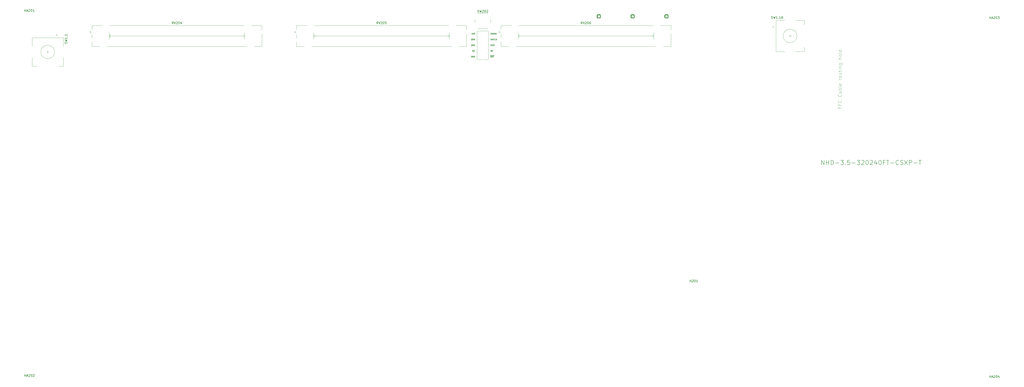
<source format=gto>
G04 #@! TF.GenerationSoftware,KiCad,Pcbnew,(6.0.0-rc1-458-g78ff9a857a)*
G04 #@! TF.CreationDate,2022-12-04T21:38:43+01:00*
G04 #@! TF.ProjectId,berlin,6265726c-696e-42e6-9b69-6361645f7063,rev?*
G04 #@! TF.SameCoordinates,Original*
G04 #@! TF.FileFunction,Legend,Top*
G04 #@! TF.FilePolarity,Positive*
%FSLAX46Y46*%
G04 Gerber Fmt 4.6, Leading zero omitted, Abs format (unit mm)*
G04 Created by KiCad (PCBNEW (6.0.0-rc1-458-g78ff9a857a)) date 2022-12-04 21:38:43*
%MOMM*%
%LPD*%
G01*
G04 APERTURE LIST*
G04 Aperture macros list*
%AMRoundRect*
0 Rectangle with rounded corners*
0 $1 Rounding radius*
0 $2 $3 $4 $5 $6 $7 $8 $9 X,Y pos of 4 corners*
0 Add a 4 corners polygon primitive as box body*
4,1,4,$2,$3,$4,$5,$6,$7,$8,$9,$2,$3,0*
0 Add four circle primitives for the rounded corners*
1,1,$1+$1,$2,$3*
1,1,$1+$1,$4,$5*
1,1,$1+$1,$6,$7*
1,1,$1+$1,$8,$9*
0 Add four rect primitives between the rounded corners*
20,1,$1+$1,$2,$3,$4,$5,0*
20,1,$1+$1,$4,$5,$6,$7,0*
20,1,$1+$1,$6,$7,$8,$9,0*
20,1,$1+$1,$8,$9,$2,$3,0*%
G04 Aperture macros list end*
%ADD10C,0.150000*%
%ADD11C,0.100000*%
%ADD12C,0.120000*%
%ADD13C,4.250000*%
%ADD14C,1.778000*%
%ADD15RoundRect,0.177800X-0.711200X-0.711200X0.711200X-0.711200X0.711200X0.711200X-0.711200X0.711200X0*%
%ADD16C,1.800000*%
%ADD17R,2.000000X2.000000*%
%ADD18C,2.000000*%
%ADD19R,4.000000X3.000000*%
%ADD20R,3.000000X4.000000*%
%ADD21C,1.596000*%
%ADD22R,1.750000X1.750000*%
%ADD23C,1.750000*%
%ADD24C,2.700000*%
%ADD25C,0.800000*%
%ADD26C,7.000000*%
%ADD27R,1.524000X1.524000*%
%ADD28O,1.524000X1.524000*%
%ADD29C,3.600000*%
%ADD30C,1.701800*%
%ADD31C,3.987800*%
%ADD32C,3.048000*%
%ADD33C,0.650000*%
%ADD34O,1.100000X2.200000*%
%ADD35O,1.300000X1.900000*%
%ADD36C,1.600000*%
%ADD37O,1.600000X1.600000*%
%ADD38C,1.000000*%
%ADD39C,1.200000*%
G04 APERTURE END LIST*
D10*
X383847619Y-127004761D02*
X383847619Y-125004761D01*
X384990476Y-127004761D01*
X384990476Y-125004761D01*
X385942857Y-127004761D02*
X385942857Y-125004761D01*
X385942857Y-125957142D02*
X387085714Y-125957142D01*
X387085714Y-127004761D02*
X387085714Y-125004761D01*
X388038095Y-127004761D02*
X388038095Y-125004761D01*
X388514285Y-125004761D01*
X388800000Y-125100000D01*
X388990476Y-125290476D01*
X389085714Y-125480952D01*
X389180952Y-125861904D01*
X389180952Y-126147619D01*
X389085714Y-126528571D01*
X388990476Y-126719047D01*
X388800000Y-126909523D01*
X388514285Y-127004761D01*
X388038095Y-127004761D01*
X390038095Y-126242857D02*
X391561904Y-126242857D01*
X392323809Y-125004761D02*
X393561904Y-125004761D01*
X392895238Y-125766666D01*
X393180952Y-125766666D01*
X393371428Y-125861904D01*
X393466666Y-125957142D01*
X393561904Y-126147619D01*
X393561904Y-126623809D01*
X393466666Y-126814285D01*
X393371428Y-126909523D01*
X393180952Y-127004761D01*
X392609523Y-127004761D01*
X392419047Y-126909523D01*
X392323809Y-126814285D01*
X394419047Y-126814285D02*
X394514285Y-126909523D01*
X394419047Y-127004761D01*
X394323809Y-126909523D01*
X394419047Y-126814285D01*
X394419047Y-127004761D01*
X396323809Y-125004761D02*
X395371428Y-125004761D01*
X395276190Y-125957142D01*
X395371428Y-125861904D01*
X395561904Y-125766666D01*
X396038095Y-125766666D01*
X396228571Y-125861904D01*
X396323809Y-125957142D01*
X396419047Y-126147619D01*
X396419047Y-126623809D01*
X396323809Y-126814285D01*
X396228571Y-126909523D01*
X396038095Y-127004761D01*
X395561904Y-127004761D01*
X395371428Y-126909523D01*
X395276190Y-126814285D01*
X397276190Y-126242857D02*
X398800000Y-126242857D01*
X399561904Y-125004761D02*
X400800000Y-125004761D01*
X400133333Y-125766666D01*
X400419047Y-125766666D01*
X400609523Y-125861904D01*
X400704761Y-125957142D01*
X400800000Y-126147619D01*
X400800000Y-126623809D01*
X400704761Y-126814285D01*
X400609523Y-126909523D01*
X400419047Y-127004761D01*
X399847619Y-127004761D01*
X399657142Y-126909523D01*
X399561904Y-126814285D01*
X401561904Y-125195238D02*
X401657142Y-125100000D01*
X401847619Y-125004761D01*
X402323809Y-125004761D01*
X402514285Y-125100000D01*
X402609523Y-125195238D01*
X402704761Y-125385714D01*
X402704761Y-125576190D01*
X402609523Y-125861904D01*
X401466666Y-127004761D01*
X402704761Y-127004761D01*
X403942857Y-125004761D02*
X404133333Y-125004761D01*
X404323809Y-125100000D01*
X404419047Y-125195238D01*
X404514285Y-125385714D01*
X404609523Y-125766666D01*
X404609523Y-126242857D01*
X404514285Y-126623809D01*
X404419047Y-126814285D01*
X404323809Y-126909523D01*
X404133333Y-127004761D01*
X403942857Y-127004761D01*
X403752380Y-126909523D01*
X403657142Y-126814285D01*
X403561904Y-126623809D01*
X403466666Y-126242857D01*
X403466666Y-125766666D01*
X403561904Y-125385714D01*
X403657142Y-125195238D01*
X403752380Y-125100000D01*
X403942857Y-125004761D01*
X405371428Y-125195238D02*
X405466666Y-125100000D01*
X405657142Y-125004761D01*
X406133333Y-125004761D01*
X406323809Y-125100000D01*
X406419047Y-125195238D01*
X406514285Y-125385714D01*
X406514285Y-125576190D01*
X406419047Y-125861904D01*
X405276190Y-127004761D01*
X406514285Y-127004761D01*
X408228571Y-125671428D02*
X408228571Y-127004761D01*
X407752380Y-124909523D02*
X407276190Y-126338095D01*
X408514285Y-126338095D01*
X409657142Y-125004761D02*
X409847619Y-125004761D01*
X410038095Y-125100000D01*
X410133333Y-125195238D01*
X410228571Y-125385714D01*
X410323809Y-125766666D01*
X410323809Y-126242857D01*
X410228571Y-126623809D01*
X410133333Y-126814285D01*
X410038095Y-126909523D01*
X409847619Y-127004761D01*
X409657142Y-127004761D01*
X409466666Y-126909523D01*
X409371428Y-126814285D01*
X409276190Y-126623809D01*
X409180952Y-126242857D01*
X409180952Y-125766666D01*
X409276190Y-125385714D01*
X409371428Y-125195238D01*
X409466666Y-125100000D01*
X409657142Y-125004761D01*
X411847619Y-125957142D02*
X411180952Y-125957142D01*
X411180952Y-127004761D02*
X411180952Y-125004761D01*
X412133333Y-125004761D01*
X412609523Y-125004761D02*
X413752380Y-125004761D01*
X413180952Y-127004761D02*
X413180952Y-125004761D01*
X414419047Y-126242857D02*
X415942857Y-126242857D01*
X418038095Y-126814285D02*
X417942857Y-126909523D01*
X417657142Y-127004761D01*
X417466666Y-127004761D01*
X417180952Y-126909523D01*
X416990476Y-126719047D01*
X416895238Y-126528571D01*
X416800000Y-126147619D01*
X416800000Y-125861904D01*
X416895238Y-125480952D01*
X416990476Y-125290476D01*
X417180952Y-125100000D01*
X417466666Y-125004761D01*
X417657142Y-125004761D01*
X417942857Y-125100000D01*
X418038095Y-125195238D01*
X418800000Y-126909523D02*
X419085714Y-127004761D01*
X419561904Y-127004761D01*
X419752380Y-126909523D01*
X419847619Y-126814285D01*
X419942857Y-126623809D01*
X419942857Y-126433333D01*
X419847619Y-126242857D01*
X419752380Y-126147619D01*
X419561904Y-126052380D01*
X419180952Y-125957142D01*
X418990476Y-125861904D01*
X418895238Y-125766666D01*
X418800000Y-125576190D01*
X418800000Y-125385714D01*
X418895238Y-125195238D01*
X418990476Y-125100000D01*
X419180952Y-125004761D01*
X419657142Y-125004761D01*
X419942857Y-125100000D01*
X420609523Y-125004761D02*
X421942857Y-127004761D01*
X421942857Y-125004761D02*
X420609523Y-127004761D01*
X422704761Y-127004761D02*
X422704761Y-125004761D01*
X423466666Y-125004761D01*
X423657142Y-125100000D01*
X423752380Y-125195238D01*
X423847619Y-125385714D01*
X423847619Y-125671428D01*
X423752380Y-125861904D01*
X423657142Y-125957142D01*
X423466666Y-126052380D01*
X422704761Y-126052380D01*
X424704761Y-126242857D02*
X426228571Y-126242857D01*
X426895238Y-125004761D02*
X428038095Y-125004761D01*
X427466666Y-127004761D02*
X427466666Y-125004761D01*
D11*
X391892857Y-101392857D02*
X391892857Y-101892857D01*
X392678571Y-101892857D02*
X391178571Y-101892857D01*
X391178571Y-101178571D01*
X391892857Y-100107142D02*
X391892857Y-100607142D01*
X392678571Y-100607142D02*
X391178571Y-100607142D01*
X391178571Y-99892857D01*
X392535714Y-98464285D02*
X392607142Y-98535714D01*
X392678571Y-98750000D01*
X392678571Y-98892857D01*
X392607142Y-99107142D01*
X392464285Y-99250000D01*
X392321428Y-99321428D01*
X392035714Y-99392857D01*
X391821428Y-99392857D01*
X391535714Y-99321428D01*
X391392857Y-99250000D01*
X391250000Y-99107142D01*
X391178571Y-98892857D01*
X391178571Y-98750000D01*
X391250000Y-98535714D01*
X391321428Y-98464285D01*
X392535714Y-95821428D02*
X392607142Y-95892857D01*
X392678571Y-96107142D01*
X392678571Y-96250000D01*
X392607142Y-96464285D01*
X392464285Y-96607142D01*
X392321428Y-96678571D01*
X392035714Y-96750000D01*
X391821428Y-96750000D01*
X391535714Y-96678571D01*
X391392857Y-96607142D01*
X391250000Y-96464285D01*
X391178571Y-96250000D01*
X391178571Y-96107142D01*
X391250000Y-95892857D01*
X391321428Y-95821428D01*
X392678571Y-94535714D02*
X391892857Y-94535714D01*
X391750000Y-94607142D01*
X391678571Y-94750000D01*
X391678571Y-95035714D01*
X391750000Y-95178571D01*
X392607142Y-94535714D02*
X392678571Y-94678571D01*
X392678571Y-95035714D01*
X392607142Y-95178571D01*
X392464285Y-95250000D01*
X392321428Y-95250000D01*
X392178571Y-95178571D01*
X392107142Y-95035714D01*
X392107142Y-94678571D01*
X392035714Y-94535714D01*
X392678571Y-93821428D02*
X391178571Y-93821428D01*
X391750000Y-93821428D02*
X391678571Y-93678571D01*
X391678571Y-93392857D01*
X391750000Y-93250000D01*
X391821428Y-93178571D01*
X391964285Y-93107142D01*
X392392857Y-93107142D01*
X392535714Y-93178571D01*
X392607142Y-93250000D01*
X392678571Y-93392857D01*
X392678571Y-93678571D01*
X392607142Y-93821428D01*
X392678571Y-92250000D02*
X392607142Y-92392857D01*
X392464285Y-92464285D01*
X391178571Y-92464285D01*
X392607142Y-91107142D02*
X392678571Y-91250000D01*
X392678571Y-91535714D01*
X392607142Y-91678571D01*
X392464285Y-91750000D01*
X391892857Y-91750000D01*
X391750000Y-91678571D01*
X391678571Y-91535714D01*
X391678571Y-91250000D01*
X391750000Y-91107142D01*
X391892857Y-91035714D01*
X392035714Y-91035714D01*
X392178571Y-91750000D01*
X392678571Y-89250000D02*
X391678571Y-89250000D01*
X391964285Y-89250000D02*
X391821428Y-89178571D01*
X391750000Y-89107142D01*
X391678571Y-88964285D01*
X391678571Y-88821428D01*
X392678571Y-88107142D02*
X392607142Y-88250000D01*
X392535714Y-88321428D01*
X392392857Y-88392857D01*
X391964285Y-88392857D01*
X391821428Y-88321428D01*
X391750000Y-88250000D01*
X391678571Y-88107142D01*
X391678571Y-87892857D01*
X391750000Y-87750000D01*
X391821428Y-87678571D01*
X391964285Y-87607142D01*
X392392857Y-87607142D01*
X392535714Y-87678571D01*
X392607142Y-87750000D01*
X392678571Y-87892857D01*
X392678571Y-88107142D01*
X391678571Y-86321428D02*
X392678571Y-86321428D01*
X391678571Y-86964285D02*
X392464285Y-86964285D01*
X392607142Y-86892857D01*
X392678571Y-86750000D01*
X392678571Y-86535714D01*
X392607142Y-86392857D01*
X392535714Y-86321428D01*
X391678571Y-85821428D02*
X391678571Y-85250000D01*
X391178571Y-85607142D02*
X392464285Y-85607142D01*
X392607142Y-85535714D01*
X392678571Y-85392857D01*
X392678571Y-85250000D01*
X392678571Y-84750000D02*
X391678571Y-84750000D01*
X391178571Y-84750000D02*
X391250000Y-84821428D01*
X391321428Y-84750000D01*
X391250000Y-84678571D01*
X391178571Y-84750000D01*
X391321428Y-84750000D01*
X391678571Y-84035714D02*
X392678571Y-84035714D01*
X391821428Y-84035714D02*
X391750000Y-83964285D01*
X391678571Y-83821428D01*
X391678571Y-83607142D01*
X391750000Y-83464285D01*
X391892857Y-83392857D01*
X392678571Y-83392857D01*
X391678571Y-82035714D02*
X392892857Y-82035714D01*
X393035714Y-82107142D01*
X393107142Y-82178571D01*
X393178571Y-82321428D01*
X393178571Y-82535714D01*
X393107142Y-82678571D01*
X392607142Y-82035714D02*
X392678571Y-82178571D01*
X392678571Y-82464285D01*
X392607142Y-82607142D01*
X392535714Y-82678571D01*
X392392857Y-82750000D01*
X391964285Y-82750000D01*
X391821428Y-82678571D01*
X391750000Y-82607142D01*
X391678571Y-82464285D01*
X391678571Y-82178571D01*
X391750000Y-82035714D01*
X392678571Y-80178571D02*
X391178571Y-80178571D01*
X392678571Y-79535714D02*
X391892857Y-79535714D01*
X391750000Y-79607142D01*
X391678571Y-79750000D01*
X391678571Y-79964285D01*
X391750000Y-80107142D01*
X391821428Y-80178571D01*
X392678571Y-78607142D02*
X392607142Y-78750000D01*
X392535714Y-78821428D01*
X392392857Y-78892857D01*
X391964285Y-78892857D01*
X391821428Y-78821428D01*
X391750000Y-78750000D01*
X391678571Y-78607142D01*
X391678571Y-78392857D01*
X391750000Y-78250000D01*
X391821428Y-78178571D01*
X391964285Y-78107142D01*
X392392857Y-78107142D01*
X392535714Y-78178571D01*
X392607142Y-78250000D01*
X392678571Y-78392857D01*
X392678571Y-78607142D01*
X392678571Y-77250000D02*
X392607142Y-77392857D01*
X392464285Y-77464285D01*
X391178571Y-77464285D01*
X392607142Y-76107142D02*
X392678571Y-76250000D01*
X392678571Y-76535714D01*
X392607142Y-76678571D01*
X392464285Y-76750000D01*
X391892857Y-76750000D01*
X391750000Y-76678571D01*
X391678571Y-76535714D01*
X391678571Y-76250000D01*
X391750000Y-76107142D01*
X391892857Y-76035714D01*
X392035714Y-76035714D01*
X392178571Y-76750000D01*
D10*
X361673190Y-62104761D02*
X361816047Y-62152380D01*
X362054142Y-62152380D01*
X362149380Y-62104761D01*
X362197000Y-62057142D01*
X362244619Y-61961904D01*
X362244619Y-61866666D01*
X362197000Y-61771428D01*
X362149380Y-61723809D01*
X362054142Y-61676190D01*
X361863666Y-61628571D01*
X361768428Y-61580952D01*
X361720809Y-61533333D01*
X361673190Y-61438095D01*
X361673190Y-61342857D01*
X361720809Y-61247619D01*
X361768428Y-61200000D01*
X361863666Y-61152380D01*
X362101761Y-61152380D01*
X362244619Y-61200000D01*
X362577952Y-61152380D02*
X362816047Y-62152380D01*
X363006523Y-61438095D01*
X363197000Y-62152380D01*
X363435095Y-61152380D01*
X364339857Y-62152380D02*
X363768428Y-62152380D01*
X364054142Y-62152380D02*
X364054142Y-61152380D01*
X363958904Y-61295238D01*
X363863666Y-61390476D01*
X363768428Y-61438095D01*
X364816047Y-62104761D02*
X364816047Y-62152380D01*
X364768428Y-62247619D01*
X364720809Y-62295238D01*
X365768428Y-62152380D02*
X365197000Y-62152380D01*
X365482714Y-62152380D02*
X365482714Y-61152380D01*
X365387476Y-61295238D01*
X365292238Y-61390476D01*
X365197000Y-61438095D01*
X366625571Y-61152380D02*
X366435095Y-61152380D01*
X366339857Y-61200000D01*
X366292238Y-61247619D01*
X366197000Y-61390476D01*
X366149380Y-61580952D01*
X366149380Y-61961904D01*
X366197000Y-62057142D01*
X366244619Y-62104761D01*
X366339857Y-62152380D01*
X366530333Y-62152380D01*
X366625571Y-62104761D01*
X366673190Y-62057142D01*
X366720809Y-61961904D01*
X366720809Y-61723809D01*
X366673190Y-61628571D01*
X366625571Y-61580952D01*
X366530333Y-61533333D01*
X366339857Y-61533333D01*
X366244619Y-61580952D01*
X366197000Y-61628571D01*
X366149380Y-61723809D01*
X49829761Y-73255619D02*
X49877380Y-73112761D01*
X49877380Y-72874666D01*
X49829761Y-72779428D01*
X49782142Y-72731809D01*
X49686904Y-72684190D01*
X49591666Y-72684190D01*
X49496428Y-72731809D01*
X49448809Y-72779428D01*
X49401190Y-72874666D01*
X49353571Y-73065142D01*
X49305952Y-73160380D01*
X49258333Y-73208000D01*
X49163095Y-73255619D01*
X49067857Y-73255619D01*
X48972619Y-73208000D01*
X48925000Y-73160380D01*
X48877380Y-73065142D01*
X48877380Y-72827047D01*
X48925000Y-72684190D01*
X48877380Y-72350857D02*
X49877380Y-72112761D01*
X49163095Y-71922285D01*
X49877380Y-71731809D01*
X48877380Y-71493714D01*
X49877380Y-70588952D02*
X49877380Y-71160380D01*
X49877380Y-70874666D02*
X48877380Y-70874666D01*
X49020238Y-70969904D01*
X49115476Y-71065142D01*
X49163095Y-71160380D01*
X49829761Y-70112761D02*
X49877380Y-70112761D01*
X49972619Y-70160380D01*
X50020238Y-70208000D01*
X49877380Y-69160380D02*
X49877380Y-69731809D01*
X49877380Y-69446095D02*
X48877380Y-69446095D01*
X49020238Y-69541333D01*
X49115476Y-69636571D01*
X49163095Y-69731809D01*
X31057142Y-59052380D02*
X31057142Y-58052380D01*
X31057142Y-58528571D02*
X31628571Y-58528571D01*
X31628571Y-59052380D02*
X31628571Y-58052380D01*
X32057142Y-58766666D02*
X32533333Y-58766666D01*
X31961904Y-59052380D02*
X32295238Y-58052380D01*
X32628571Y-59052380D01*
X32914285Y-58147619D02*
X32961904Y-58100000D01*
X33057142Y-58052380D01*
X33295238Y-58052380D01*
X33390476Y-58100000D01*
X33438095Y-58147619D01*
X33485714Y-58242857D01*
X33485714Y-58338095D01*
X33438095Y-58480952D01*
X32866666Y-59052380D01*
X33485714Y-59052380D01*
X34104761Y-58052380D02*
X34200000Y-58052380D01*
X34295238Y-58100000D01*
X34342857Y-58147619D01*
X34390476Y-58242857D01*
X34438095Y-58433333D01*
X34438095Y-58671428D01*
X34390476Y-58861904D01*
X34342857Y-58957142D01*
X34295238Y-59004761D01*
X34200000Y-59052380D01*
X34104761Y-59052380D01*
X34009523Y-59004761D01*
X33961904Y-58957142D01*
X33914285Y-58861904D01*
X33866666Y-58671428D01*
X33866666Y-58433333D01*
X33914285Y-58242857D01*
X33961904Y-58147619D01*
X34009523Y-58100000D01*
X34104761Y-58052380D01*
X35390476Y-59052380D02*
X34819047Y-59052380D01*
X35104761Y-59052380D02*
X35104761Y-58052380D01*
X35009523Y-58195238D01*
X34914285Y-58290476D01*
X34819047Y-58338095D01*
X96948630Y-64552380D02*
X96615297Y-64076190D01*
X96377202Y-64552380D02*
X96377202Y-63552380D01*
X96758154Y-63552380D01*
X96853392Y-63600000D01*
X96901011Y-63647619D01*
X96948630Y-63742857D01*
X96948630Y-63885714D01*
X96901011Y-63980952D01*
X96853392Y-64028571D01*
X96758154Y-64076190D01*
X96377202Y-64076190D01*
X97234345Y-63552380D02*
X97567678Y-64552380D01*
X97901011Y-63552380D01*
X98186726Y-63647619D02*
X98234345Y-63600000D01*
X98329583Y-63552380D01*
X98567678Y-63552380D01*
X98662916Y-63600000D01*
X98710535Y-63647619D01*
X98758154Y-63742857D01*
X98758154Y-63838095D01*
X98710535Y-63980952D01*
X98139107Y-64552380D01*
X98758154Y-64552380D01*
X99377202Y-63552380D02*
X99472440Y-63552380D01*
X99567678Y-63600000D01*
X99615297Y-63647619D01*
X99662916Y-63742857D01*
X99710535Y-63933333D01*
X99710535Y-64171428D01*
X99662916Y-64361904D01*
X99615297Y-64457142D01*
X99567678Y-64504761D01*
X99472440Y-64552380D01*
X99377202Y-64552380D01*
X99281964Y-64504761D01*
X99234345Y-64457142D01*
X99186726Y-64361904D01*
X99139107Y-64171428D01*
X99139107Y-63933333D01*
X99186726Y-63742857D01*
X99234345Y-63647619D01*
X99281964Y-63600000D01*
X99377202Y-63552380D01*
X100567678Y-63885714D02*
X100567678Y-64552380D01*
X100329583Y-63504761D02*
X100091488Y-64219047D01*
X100710535Y-64219047D01*
X325585714Y-179052380D02*
X325585714Y-178052380D01*
X325585714Y-178528571D02*
X326157142Y-178528571D01*
X326157142Y-179052380D02*
X326157142Y-178052380D01*
X326585714Y-178147619D02*
X326633333Y-178100000D01*
X326728571Y-178052380D01*
X326966666Y-178052380D01*
X327061904Y-178100000D01*
X327109523Y-178147619D01*
X327157142Y-178242857D01*
X327157142Y-178338095D01*
X327109523Y-178480952D01*
X326538095Y-179052380D01*
X327157142Y-179052380D01*
X327776190Y-178052380D02*
X327871428Y-178052380D01*
X327966666Y-178100000D01*
X328014285Y-178147619D01*
X328061904Y-178242857D01*
X328109523Y-178433333D01*
X328109523Y-178671428D01*
X328061904Y-178861904D01*
X328014285Y-178957142D01*
X327966666Y-179004761D01*
X327871428Y-179052380D01*
X327776190Y-179052380D01*
X327680952Y-179004761D01*
X327633333Y-178957142D01*
X327585714Y-178861904D01*
X327538095Y-178671428D01*
X327538095Y-178433333D01*
X327585714Y-178242857D01*
X327633333Y-178147619D01*
X327680952Y-178100000D01*
X327776190Y-178052380D01*
X329061904Y-179052380D02*
X328490476Y-179052380D01*
X328776190Y-179052380D02*
X328776190Y-178052380D01*
X328680952Y-178195238D01*
X328585714Y-178290476D01*
X328490476Y-178338095D01*
X458257142Y-221452380D02*
X458257142Y-220452380D01*
X458257142Y-220928571D02*
X458828571Y-220928571D01*
X458828571Y-221452380D02*
X458828571Y-220452380D01*
X459257142Y-221166666D02*
X459733333Y-221166666D01*
X459161904Y-221452380D02*
X459495238Y-220452380D01*
X459828571Y-221452380D01*
X460114285Y-220547619D02*
X460161904Y-220500000D01*
X460257142Y-220452380D01*
X460495238Y-220452380D01*
X460590476Y-220500000D01*
X460638095Y-220547619D01*
X460685714Y-220642857D01*
X460685714Y-220738095D01*
X460638095Y-220880952D01*
X460066666Y-221452380D01*
X460685714Y-221452380D01*
X461304761Y-220452380D02*
X461400000Y-220452380D01*
X461495238Y-220500000D01*
X461542857Y-220547619D01*
X461590476Y-220642857D01*
X461638095Y-220833333D01*
X461638095Y-221071428D01*
X461590476Y-221261904D01*
X461542857Y-221357142D01*
X461495238Y-221404761D01*
X461400000Y-221452380D01*
X461304761Y-221452380D01*
X461209523Y-221404761D01*
X461161904Y-221357142D01*
X461114285Y-221261904D01*
X461066666Y-221071428D01*
X461066666Y-220833333D01*
X461114285Y-220642857D01*
X461161904Y-220547619D01*
X461209523Y-220500000D01*
X461304761Y-220452380D01*
X462495238Y-220785714D02*
X462495238Y-221452380D01*
X462257142Y-220404761D02*
X462019047Y-221119047D01*
X462638095Y-221119047D01*
X231614285Y-59354761D02*
X231757142Y-59402380D01*
X231995238Y-59402380D01*
X232090476Y-59354761D01*
X232138095Y-59307142D01*
X232185714Y-59211904D01*
X232185714Y-59116666D01*
X232138095Y-59021428D01*
X232090476Y-58973809D01*
X231995238Y-58926190D01*
X231804761Y-58878571D01*
X231709523Y-58830952D01*
X231661904Y-58783333D01*
X231614285Y-58688095D01*
X231614285Y-58592857D01*
X231661904Y-58497619D01*
X231709523Y-58450000D01*
X231804761Y-58402380D01*
X232042857Y-58402380D01*
X232185714Y-58450000D01*
X232519047Y-58402380D02*
X232757142Y-59402380D01*
X232947619Y-58688095D01*
X233138095Y-59402380D01*
X233376190Y-58402380D01*
X233709523Y-58497619D02*
X233757142Y-58450000D01*
X233852380Y-58402380D01*
X234090476Y-58402380D01*
X234185714Y-58450000D01*
X234233333Y-58497619D01*
X234280952Y-58592857D01*
X234280952Y-58688095D01*
X234233333Y-58830952D01*
X233661904Y-59402380D01*
X234280952Y-59402380D01*
X234900000Y-58402380D02*
X234995238Y-58402380D01*
X235090476Y-58450000D01*
X235138095Y-58497619D01*
X235185714Y-58592857D01*
X235233333Y-58783333D01*
X235233333Y-59021428D01*
X235185714Y-59211904D01*
X235138095Y-59307142D01*
X235090476Y-59354761D01*
X234995238Y-59402380D01*
X234900000Y-59402380D01*
X234804761Y-59354761D01*
X234757142Y-59307142D01*
X234709523Y-59211904D01*
X234661904Y-59021428D01*
X234661904Y-58783333D01*
X234709523Y-58592857D01*
X234757142Y-58497619D01*
X234804761Y-58450000D01*
X234900000Y-58402380D01*
X235614285Y-58497619D02*
X235661904Y-58450000D01*
X235757142Y-58402380D01*
X235995238Y-58402380D01*
X236090476Y-58450000D01*
X236138095Y-58497619D01*
X236185714Y-58592857D01*
X236185714Y-58688095D01*
X236138095Y-58830952D01*
X235566666Y-59402380D01*
X236185714Y-59402380D01*
X229129071Y-71160000D02*
X229071928Y-71131428D01*
X228986214Y-71131428D01*
X228900500Y-71160000D01*
X228843357Y-71217142D01*
X228814785Y-71274285D01*
X228786214Y-71388571D01*
X228786214Y-71474285D01*
X228814785Y-71588571D01*
X228843357Y-71645714D01*
X228900500Y-71702857D01*
X228986214Y-71731428D01*
X229043357Y-71731428D01*
X229129071Y-71702857D01*
X229157642Y-71674285D01*
X229157642Y-71474285D01*
X229043357Y-71474285D01*
X229414785Y-71731428D02*
X229414785Y-71131428D01*
X229757642Y-71731428D01*
X229757642Y-71131428D01*
X230043357Y-71731428D02*
X230043357Y-71131428D01*
X230186214Y-71131428D01*
X230271928Y-71160000D01*
X230329071Y-71217142D01*
X230357642Y-71274285D01*
X230386214Y-71388571D01*
X230386214Y-71474285D01*
X230357642Y-71588571D01*
X230329071Y-71645714D01*
X230271928Y-71702857D01*
X230186214Y-71731428D01*
X230043357Y-71731428D01*
X237442357Y-76811428D02*
X237442357Y-76211428D01*
X237785214Y-76811428D01*
X237785214Y-76211428D01*
X238413785Y-76754285D02*
X238385214Y-76782857D01*
X238299500Y-76811428D01*
X238242357Y-76811428D01*
X238156642Y-76782857D01*
X238099500Y-76725714D01*
X238070928Y-76668571D01*
X238042357Y-76554285D01*
X238042357Y-76468571D01*
X238070928Y-76354285D01*
X238099500Y-76297142D01*
X238156642Y-76240000D01*
X238242357Y-76211428D01*
X238299500Y-76211428D01*
X238385214Y-76240000D01*
X238413785Y-76268571D01*
X229129071Y-73700000D02*
X229071928Y-73671428D01*
X228986214Y-73671428D01*
X228900500Y-73700000D01*
X228843357Y-73757142D01*
X228814785Y-73814285D01*
X228786214Y-73928571D01*
X228786214Y-74014285D01*
X228814785Y-74128571D01*
X228843357Y-74185714D01*
X228900500Y-74242857D01*
X228986214Y-74271428D01*
X229043357Y-74271428D01*
X229129071Y-74242857D01*
X229157642Y-74214285D01*
X229157642Y-74014285D01*
X229043357Y-74014285D01*
X229414785Y-74271428D02*
X229414785Y-73671428D01*
X229757642Y-74271428D01*
X229757642Y-73671428D01*
X230043357Y-74271428D02*
X230043357Y-73671428D01*
X230186214Y-73671428D01*
X230271928Y-73700000D01*
X230329071Y-73757142D01*
X230357642Y-73814285D01*
X230386214Y-73928571D01*
X230386214Y-74014285D01*
X230357642Y-74128571D01*
X230329071Y-74185714D01*
X230271928Y-74242857D01*
X230186214Y-74271428D01*
X230043357Y-74271428D01*
X228929071Y-68591428D02*
X229300500Y-68591428D01*
X229100500Y-68820000D01*
X229186214Y-68820000D01*
X229243357Y-68848571D01*
X229271928Y-68877142D01*
X229300500Y-68934285D01*
X229300500Y-69077142D01*
X229271928Y-69134285D01*
X229243357Y-69162857D01*
X229186214Y-69191428D01*
X229014785Y-69191428D01*
X228957642Y-69162857D01*
X228929071Y-69134285D01*
X229471928Y-68591428D02*
X229671928Y-69191428D01*
X229871928Y-68591428D01*
X230014785Y-68591428D02*
X230386214Y-68591428D01*
X230186214Y-68820000D01*
X230271928Y-68820000D01*
X230329071Y-68848571D01*
X230357642Y-68877142D01*
X230386214Y-68934285D01*
X230386214Y-69077142D01*
X230357642Y-69134285D01*
X230329071Y-69162857D01*
X230271928Y-69191428D01*
X230100500Y-69191428D01*
X230043357Y-69162857D01*
X230014785Y-69134285D01*
X237413785Y-74242857D02*
X237499500Y-74271428D01*
X237642357Y-74271428D01*
X237699500Y-74242857D01*
X237728071Y-74214285D01*
X237756642Y-74157142D01*
X237756642Y-74100000D01*
X237728071Y-74042857D01*
X237699500Y-74014285D01*
X237642357Y-73985714D01*
X237528071Y-73957142D01*
X237470928Y-73928571D01*
X237442357Y-73900000D01*
X237413785Y-73842857D01*
X237413785Y-73785714D01*
X237442357Y-73728571D01*
X237470928Y-73700000D01*
X237528071Y-73671428D01*
X237670928Y-73671428D01*
X237756642Y-73700000D01*
X237956642Y-73671428D02*
X238099500Y-74271428D01*
X238213785Y-73842857D01*
X238328071Y-74271428D01*
X238470928Y-73671428D01*
X238813785Y-73671428D02*
X238928071Y-73671428D01*
X238985214Y-73700000D01*
X239042357Y-73757142D01*
X239070928Y-73871428D01*
X239070928Y-74071428D01*
X239042357Y-74185714D01*
X238985214Y-74242857D01*
X238928071Y-74271428D01*
X238813785Y-74271428D01*
X238756642Y-74242857D01*
X238699500Y-74185714D01*
X238670928Y-74071428D01*
X238670928Y-73871428D01*
X238699500Y-73757142D01*
X238756642Y-73700000D01*
X238813785Y-73671428D01*
X229129071Y-78780000D02*
X229071928Y-78751428D01*
X228986214Y-78751428D01*
X228900500Y-78780000D01*
X228843357Y-78837142D01*
X228814785Y-78894285D01*
X228786214Y-79008571D01*
X228786214Y-79094285D01*
X228814785Y-79208571D01*
X228843357Y-79265714D01*
X228900500Y-79322857D01*
X228986214Y-79351428D01*
X229043357Y-79351428D01*
X229129071Y-79322857D01*
X229157642Y-79294285D01*
X229157642Y-79094285D01*
X229043357Y-79094285D01*
X229414785Y-79351428D02*
X229414785Y-78751428D01*
X229757642Y-79351428D01*
X229757642Y-78751428D01*
X230043357Y-79351428D02*
X230043357Y-78751428D01*
X230186214Y-78751428D01*
X230271928Y-78780000D01*
X230329071Y-78837142D01*
X230357642Y-78894285D01*
X230386214Y-79008571D01*
X230386214Y-79094285D01*
X230357642Y-79208571D01*
X230329071Y-79265714D01*
X230271928Y-79322857D01*
X230186214Y-79351428D01*
X230043357Y-79351428D01*
X229414785Y-76811428D02*
X229414785Y-76211428D01*
X229757642Y-76811428D01*
X229757642Y-76211428D01*
X230386214Y-76754285D02*
X230357642Y-76782857D01*
X230271928Y-76811428D01*
X230214785Y-76811428D01*
X230129071Y-76782857D01*
X230071928Y-76725714D01*
X230043357Y-76668571D01*
X230014785Y-76554285D01*
X230014785Y-76468571D01*
X230043357Y-76354285D01*
X230071928Y-76297142D01*
X230129071Y-76240000D01*
X230214785Y-76211428D01*
X230271928Y-76211428D01*
X230357642Y-76240000D01*
X230386214Y-76268571D01*
X237413785Y-71702857D02*
X237499500Y-71731428D01*
X237642357Y-71731428D01*
X237699500Y-71702857D01*
X237728071Y-71674285D01*
X237756642Y-71617142D01*
X237756642Y-71560000D01*
X237728071Y-71502857D01*
X237699500Y-71474285D01*
X237642357Y-71445714D01*
X237528071Y-71417142D01*
X237470928Y-71388571D01*
X237442357Y-71360000D01*
X237413785Y-71302857D01*
X237413785Y-71245714D01*
X237442357Y-71188571D01*
X237470928Y-71160000D01*
X237528071Y-71131428D01*
X237670928Y-71131428D01*
X237756642Y-71160000D01*
X237956642Y-71131428D02*
X238099500Y-71731428D01*
X238213785Y-71302857D01*
X238328071Y-71731428D01*
X238470928Y-71131428D01*
X239042357Y-71674285D02*
X239013785Y-71702857D01*
X238928071Y-71731428D01*
X238870928Y-71731428D01*
X238785214Y-71702857D01*
X238728071Y-71645714D01*
X238699500Y-71588571D01*
X238670928Y-71474285D01*
X238670928Y-71388571D01*
X238699500Y-71274285D01*
X238728071Y-71217142D01*
X238785214Y-71160000D01*
X238870928Y-71131428D01*
X238928071Y-71131428D01*
X239013785Y-71160000D01*
X239042357Y-71188571D01*
X239585214Y-71731428D02*
X239299500Y-71731428D01*
X239299500Y-71131428D01*
X239785214Y-71731428D02*
X239785214Y-71131428D01*
X240128071Y-71731428D02*
X239870928Y-71388571D01*
X240128071Y-71131428D02*
X239785214Y-71474285D01*
X237413785Y-69162857D02*
X237499500Y-69191428D01*
X237642357Y-69191428D01*
X237699500Y-69162857D01*
X237728071Y-69134285D01*
X237756642Y-69077142D01*
X237756642Y-69020000D01*
X237728071Y-68962857D01*
X237699500Y-68934285D01*
X237642357Y-68905714D01*
X237528071Y-68877142D01*
X237470928Y-68848571D01*
X237442357Y-68820000D01*
X237413785Y-68762857D01*
X237413785Y-68705714D01*
X237442357Y-68648571D01*
X237470928Y-68620000D01*
X237528071Y-68591428D01*
X237670928Y-68591428D01*
X237756642Y-68620000D01*
X237956642Y-68591428D02*
X238099500Y-69191428D01*
X238213785Y-68762857D01*
X238328071Y-69191428D01*
X238470928Y-68591428D01*
X238699500Y-69191428D02*
X238699500Y-68591428D01*
X238842357Y-68591428D01*
X238928071Y-68620000D01*
X238985214Y-68677142D01*
X239013785Y-68734285D01*
X239042357Y-68848571D01*
X239042357Y-68934285D01*
X239013785Y-69048571D01*
X238985214Y-69105714D01*
X238928071Y-69162857D01*
X238842357Y-69191428D01*
X238699500Y-69191428D01*
X239299500Y-69191428D02*
X239299500Y-68591428D01*
X239699500Y-68591428D02*
X239813785Y-68591428D01*
X239870928Y-68620000D01*
X239928071Y-68677142D01*
X239956642Y-68791428D01*
X239956642Y-68991428D01*
X239928071Y-69105714D01*
X239870928Y-69162857D01*
X239813785Y-69191428D01*
X239699500Y-69191428D01*
X239642357Y-69162857D01*
X239585214Y-69105714D01*
X239556642Y-68991428D01*
X239556642Y-68791428D01*
X239585214Y-68677142D01*
X239642357Y-68620000D01*
X239699500Y-68591428D01*
X237299500Y-78582000D02*
X237899500Y-78582000D01*
X237785214Y-79351428D02*
X237585214Y-79065714D01*
X237442357Y-79351428D02*
X237442357Y-78751428D01*
X237670928Y-78751428D01*
X237728071Y-78780000D01*
X237756642Y-78808571D01*
X237785214Y-78865714D01*
X237785214Y-78951428D01*
X237756642Y-79008571D01*
X237728071Y-79037142D01*
X237670928Y-79065714D01*
X237442357Y-79065714D01*
X237899500Y-78582000D02*
X238470928Y-78582000D01*
X238013785Y-79322857D02*
X238099500Y-79351428D01*
X238242357Y-79351428D01*
X238299500Y-79322857D01*
X238328071Y-79294285D01*
X238356642Y-79237142D01*
X238356642Y-79180000D01*
X238328071Y-79122857D01*
X238299500Y-79094285D01*
X238242357Y-79065714D01*
X238128071Y-79037142D01*
X238070928Y-79008571D01*
X238042357Y-78980000D01*
X238013785Y-78922857D01*
X238013785Y-78865714D01*
X238042357Y-78808571D01*
X238070928Y-78780000D01*
X238128071Y-78751428D01*
X238270928Y-78751428D01*
X238356642Y-78780000D01*
X238470928Y-78582000D02*
X238928071Y-78582000D01*
X238528071Y-78751428D02*
X238870928Y-78751428D01*
X238699500Y-79351428D02*
X238699500Y-78751428D01*
X31057142Y-220952380D02*
X31057142Y-219952380D01*
X31057142Y-220428571D02*
X31628571Y-220428571D01*
X31628571Y-220952380D02*
X31628571Y-219952380D01*
X32057142Y-220666666D02*
X32533333Y-220666666D01*
X31961904Y-220952380D02*
X32295238Y-219952380D01*
X32628571Y-220952380D01*
X32914285Y-220047619D02*
X32961904Y-220000000D01*
X33057142Y-219952380D01*
X33295238Y-219952380D01*
X33390476Y-220000000D01*
X33438095Y-220047619D01*
X33485714Y-220142857D01*
X33485714Y-220238095D01*
X33438095Y-220380952D01*
X32866666Y-220952380D01*
X33485714Y-220952380D01*
X34104761Y-219952380D02*
X34200000Y-219952380D01*
X34295238Y-220000000D01*
X34342857Y-220047619D01*
X34390476Y-220142857D01*
X34438095Y-220333333D01*
X34438095Y-220571428D01*
X34390476Y-220761904D01*
X34342857Y-220857142D01*
X34295238Y-220904761D01*
X34200000Y-220952380D01*
X34104761Y-220952380D01*
X34009523Y-220904761D01*
X33961904Y-220857142D01*
X33914285Y-220761904D01*
X33866666Y-220571428D01*
X33866666Y-220333333D01*
X33914285Y-220142857D01*
X33961904Y-220047619D01*
X34009523Y-220000000D01*
X34104761Y-219952380D01*
X34819047Y-220047619D02*
X34866666Y-220000000D01*
X34961904Y-219952380D01*
X35200000Y-219952380D01*
X35295238Y-220000000D01*
X35342857Y-220047619D01*
X35390476Y-220142857D01*
X35390476Y-220238095D01*
X35342857Y-220380952D01*
X34771428Y-220952380D01*
X35390476Y-220952380D01*
X278018880Y-64552380D02*
X277685547Y-64076190D01*
X277447452Y-64552380D02*
X277447452Y-63552380D01*
X277828404Y-63552380D01*
X277923642Y-63600000D01*
X277971261Y-63647619D01*
X278018880Y-63742857D01*
X278018880Y-63885714D01*
X277971261Y-63980952D01*
X277923642Y-64028571D01*
X277828404Y-64076190D01*
X277447452Y-64076190D01*
X278304595Y-63552380D02*
X278637928Y-64552380D01*
X278971261Y-63552380D01*
X279256976Y-63647619D02*
X279304595Y-63600000D01*
X279399833Y-63552380D01*
X279637928Y-63552380D01*
X279733166Y-63600000D01*
X279780785Y-63647619D01*
X279828404Y-63742857D01*
X279828404Y-63838095D01*
X279780785Y-63980952D01*
X279209357Y-64552380D01*
X279828404Y-64552380D01*
X280447452Y-63552380D02*
X280542690Y-63552380D01*
X280637928Y-63600000D01*
X280685547Y-63647619D01*
X280733166Y-63742857D01*
X280780785Y-63933333D01*
X280780785Y-64171428D01*
X280733166Y-64361904D01*
X280685547Y-64457142D01*
X280637928Y-64504761D01*
X280542690Y-64552380D01*
X280447452Y-64552380D01*
X280352214Y-64504761D01*
X280304595Y-64457142D01*
X280256976Y-64361904D01*
X280209357Y-64171428D01*
X280209357Y-63933333D01*
X280256976Y-63742857D01*
X280304595Y-63647619D01*
X280352214Y-63600000D01*
X280447452Y-63552380D01*
X281637928Y-63552380D02*
X281447452Y-63552380D01*
X281352214Y-63600000D01*
X281304595Y-63647619D01*
X281209357Y-63790476D01*
X281161738Y-63980952D01*
X281161738Y-64361904D01*
X281209357Y-64457142D01*
X281256976Y-64504761D01*
X281352214Y-64552380D01*
X281542690Y-64552380D01*
X281637928Y-64504761D01*
X281685547Y-64457142D01*
X281733166Y-64361904D01*
X281733166Y-64123809D01*
X281685547Y-64028571D01*
X281637928Y-63980952D01*
X281542690Y-63933333D01*
X281352214Y-63933333D01*
X281256976Y-63980952D01*
X281209357Y-64028571D01*
X281161738Y-64123809D01*
X187531380Y-64552380D02*
X187198047Y-64076190D01*
X186959952Y-64552380D02*
X186959952Y-63552380D01*
X187340904Y-63552380D01*
X187436142Y-63600000D01*
X187483761Y-63647619D01*
X187531380Y-63742857D01*
X187531380Y-63885714D01*
X187483761Y-63980952D01*
X187436142Y-64028571D01*
X187340904Y-64076190D01*
X186959952Y-64076190D01*
X187817095Y-63552380D02*
X188150428Y-64552380D01*
X188483761Y-63552380D01*
X188769476Y-63647619D02*
X188817095Y-63600000D01*
X188912333Y-63552380D01*
X189150428Y-63552380D01*
X189245666Y-63600000D01*
X189293285Y-63647619D01*
X189340904Y-63742857D01*
X189340904Y-63838095D01*
X189293285Y-63980952D01*
X188721857Y-64552380D01*
X189340904Y-64552380D01*
X189959952Y-63552380D02*
X190055190Y-63552380D01*
X190150428Y-63600000D01*
X190198047Y-63647619D01*
X190245666Y-63742857D01*
X190293285Y-63933333D01*
X190293285Y-64171428D01*
X190245666Y-64361904D01*
X190198047Y-64457142D01*
X190150428Y-64504761D01*
X190055190Y-64552380D01*
X189959952Y-64552380D01*
X189864714Y-64504761D01*
X189817095Y-64457142D01*
X189769476Y-64361904D01*
X189721857Y-64171428D01*
X189721857Y-63933333D01*
X189769476Y-63742857D01*
X189817095Y-63647619D01*
X189864714Y-63600000D01*
X189959952Y-63552380D01*
X191198047Y-63552380D02*
X190721857Y-63552380D01*
X190674238Y-64028571D01*
X190721857Y-63980952D01*
X190817095Y-63933333D01*
X191055190Y-63933333D01*
X191150428Y-63980952D01*
X191198047Y-64028571D01*
X191245666Y-64123809D01*
X191245666Y-64361904D01*
X191198047Y-64457142D01*
X191150428Y-64504761D01*
X191055190Y-64552380D01*
X190817095Y-64552380D01*
X190721857Y-64504761D01*
X190674238Y-64457142D01*
X458257142Y-62252380D02*
X458257142Y-61252380D01*
X458257142Y-61728571D02*
X458828571Y-61728571D01*
X458828571Y-62252380D02*
X458828571Y-61252380D01*
X459257142Y-61966666D02*
X459733333Y-61966666D01*
X459161904Y-62252380D02*
X459495238Y-61252380D01*
X459828571Y-62252380D01*
X460114285Y-61347619D02*
X460161904Y-61300000D01*
X460257142Y-61252380D01*
X460495238Y-61252380D01*
X460590476Y-61300000D01*
X460638095Y-61347619D01*
X460685714Y-61442857D01*
X460685714Y-61538095D01*
X460638095Y-61680952D01*
X460066666Y-62252380D01*
X460685714Y-62252380D01*
X461304761Y-61252380D02*
X461400000Y-61252380D01*
X461495238Y-61300000D01*
X461542857Y-61347619D01*
X461590476Y-61442857D01*
X461638095Y-61633333D01*
X461638095Y-61871428D01*
X461590476Y-62061904D01*
X461542857Y-62157142D01*
X461495238Y-62204761D01*
X461400000Y-62252380D01*
X461304761Y-62252380D01*
X461209523Y-62204761D01*
X461161904Y-62157142D01*
X461114285Y-62061904D01*
X461066666Y-61871428D01*
X461066666Y-61633333D01*
X461114285Y-61442857D01*
X461161904Y-61347619D01*
X461209523Y-61300000D01*
X461304761Y-61252380D01*
X461971428Y-61252380D02*
X462590476Y-61252380D01*
X462257142Y-61633333D01*
X462400000Y-61633333D01*
X462495238Y-61680952D01*
X462542857Y-61728571D01*
X462590476Y-61823809D01*
X462590476Y-62061904D01*
X462542857Y-62157142D01*
X462495238Y-62204761D01*
X462400000Y-62252380D01*
X462114285Y-62252380D01*
X462019047Y-62204761D01*
X461971428Y-62157142D01*
D12*
X362147000Y-65750000D02*
X362747000Y-65750000D01*
X376247000Y-74800000D02*
X376247000Y-76750000D01*
X362747000Y-65750000D02*
X362447000Y-66050000D01*
X367547000Y-62950000D02*
X363647000Y-62950000D01*
X376247000Y-76750000D02*
X372347000Y-76750000D01*
X362447000Y-66050000D02*
X362147000Y-65750000D01*
X367547000Y-76750000D02*
X363647000Y-76750000D01*
X376247000Y-62950000D02*
X376247000Y-64900000D01*
X363647000Y-62950000D02*
X363647000Y-76750000D01*
X372347000Y-62950000D02*
X376247000Y-62950000D01*
X369447000Y-69850000D02*
X370447000Y-69850000D01*
X369947000Y-69350000D02*
X369947000Y-70350000D01*
X372947000Y-69850000D02*
G75*
G03*
X372947000Y-69850000I-3000000J0D01*
G01*
X45075000Y-69458000D02*
X45375000Y-69158000D01*
X45375000Y-69158000D02*
X45375000Y-69758000D01*
X36325000Y-83258000D02*
X34375000Y-83258000D01*
X34375000Y-83258000D02*
X34375000Y-79358000D01*
X34375000Y-74558000D02*
X34375000Y-70658000D01*
X48175000Y-83258000D02*
X46225000Y-83258000D01*
X41775000Y-76958000D02*
X40775000Y-76958000D01*
X48175000Y-79358000D02*
X48175000Y-83258000D01*
X41275000Y-76458000D02*
X41275000Y-77458000D01*
X48175000Y-74558000D02*
X48175000Y-70658000D01*
X48175000Y-70658000D02*
X34375000Y-70658000D01*
X45375000Y-69758000D02*
X45075000Y-69458000D01*
X44275000Y-76958000D02*
G75*
G03*
X44275000Y-76958000I-3000000J0D01*
G01*
X69246250Y-69100000D02*
X68496250Y-69850000D01*
X60876250Y-74470000D02*
X64261250Y-74470000D01*
X136116250Y-65230000D02*
X136116250Y-67277000D01*
X60071250Y-68600000D02*
X60571250Y-68100000D01*
X128496250Y-69850000D02*
X127746250Y-70600000D01*
X132732250Y-74470000D02*
X136116250Y-74470000D01*
X131532250Y-65230000D02*
X136116250Y-65230000D01*
X68732250Y-65230000D02*
X128261250Y-65230000D01*
X67532250Y-74470000D02*
X129461250Y-74470000D01*
X128496250Y-68350000D02*
X128496250Y-71350000D01*
X127746250Y-69100000D02*
X128496250Y-69850000D01*
X60876250Y-65230000D02*
X65461250Y-65230000D01*
X136116250Y-68923000D02*
X136116250Y-74470000D01*
X60071250Y-67600000D02*
X60071250Y-68600000D01*
X60876250Y-69275000D02*
X60876250Y-70778000D01*
X60876250Y-65230000D02*
X60876250Y-66925000D01*
X68496250Y-69850000D02*
X69246250Y-70600000D01*
X60571250Y-68100000D02*
X60071250Y-67600000D01*
X68496250Y-68350000D02*
X68496250Y-71350000D01*
X68496250Y-69850000D02*
X128496250Y-69850000D01*
X60876250Y-72423000D02*
X60876250Y-74470000D01*
X230400000Y-62450000D02*
X230400000Y-63950000D01*
X237400000Y-63950000D02*
X237400000Y-62450000D01*
X231650000Y-66450000D02*
X236150000Y-66450000D01*
X236150000Y-59950000D02*
X231650000Y-59950000D01*
X236440000Y-72984000D02*
X236440000Y-75016000D01*
X231360000Y-77556000D02*
X231360000Y-75524000D01*
X236186000Y-77810000D02*
X236440000Y-78064000D01*
X236186000Y-72730000D02*
X236440000Y-72984000D01*
X236186000Y-70190000D02*
X236440000Y-70444000D01*
X236440000Y-80096000D02*
X236186000Y-80350000D01*
X231360000Y-69936000D02*
X231360000Y-67904000D01*
X236440000Y-69936000D02*
X236186000Y-70190000D01*
X236440000Y-78064000D02*
X236440000Y-80096000D01*
X236186000Y-70190000D02*
X236440000Y-70444000D01*
X236440000Y-72476000D02*
X236186000Y-72730000D01*
X231360000Y-75016000D02*
X231360000Y-72984000D01*
X231360000Y-72984000D02*
X231614000Y-72730000D01*
X236186000Y-75270000D02*
X236440000Y-75524000D01*
X236440000Y-67904000D02*
X236440000Y-69936000D01*
X236186000Y-80350000D02*
X234154000Y-80350000D01*
X236440000Y-75524000D02*
X236440000Y-77556000D01*
X236440000Y-75016000D02*
X236186000Y-75270000D01*
X231360000Y-70444000D02*
X231614000Y-70190000D01*
X234154000Y-67650000D02*
X236186000Y-67650000D01*
X231614000Y-72730000D02*
X231360000Y-72476000D01*
X231360000Y-67904000D02*
X231614000Y-67650000D01*
X236440000Y-70444000D02*
X236440000Y-72476000D01*
X231360000Y-67904000D02*
X231614000Y-67650000D01*
X233646000Y-67650000D02*
X231614000Y-67650000D01*
X231614000Y-75270000D02*
X231360000Y-75016000D01*
X231360000Y-75524000D02*
X231614000Y-75270000D01*
X234154000Y-80350000D02*
X233900000Y-80096000D01*
X236440000Y-77556000D02*
X236186000Y-77810000D01*
X233646000Y-80350000D02*
X233900000Y-80096000D01*
X231360000Y-78064000D02*
X231614000Y-77810000D01*
X233646000Y-80350000D02*
X231614000Y-80350000D01*
X231614000Y-80350000D02*
X231360000Y-80096000D01*
X233900000Y-67904000D02*
X233646000Y-67650000D01*
X236186000Y-67650000D02*
X236440000Y-67904000D01*
X234154000Y-67650000D02*
X233900000Y-67904000D01*
X231360000Y-80096000D02*
X231360000Y-78064000D01*
X231360000Y-72476000D02*
X231360000Y-70444000D01*
X231614000Y-70190000D02*
X231360000Y-69936000D01*
X231614000Y-77810000D02*
X231360000Y-77556000D01*
X317186500Y-68923000D02*
X317186500Y-74470000D01*
X312602500Y-65230000D02*
X317186500Y-65230000D01*
X241641500Y-68100000D02*
X241141500Y-67600000D01*
X313802500Y-74470000D02*
X317186500Y-74470000D01*
X241141500Y-67600000D02*
X241141500Y-68600000D01*
X309566500Y-68350000D02*
X309566500Y-71350000D01*
X249566500Y-69850000D02*
X309566500Y-69850000D01*
X309566500Y-69850000D02*
X308816500Y-70600000D01*
X241946500Y-74470000D02*
X245331500Y-74470000D01*
X248602500Y-74470000D02*
X310531500Y-74470000D01*
X241946500Y-65230000D02*
X246531500Y-65230000D01*
X249802500Y-65230000D02*
X309331500Y-65230000D01*
X241946500Y-65230000D02*
X241946500Y-66925000D01*
X249566500Y-69850000D02*
X250316500Y-70600000D01*
X241946500Y-69275000D02*
X241946500Y-70778000D01*
X249566500Y-68350000D02*
X249566500Y-71350000D01*
X308816500Y-69100000D02*
X309566500Y-69850000D01*
X317186500Y-65230000D02*
X317186500Y-67277000D01*
X250316500Y-69100000D02*
X249566500Y-69850000D01*
X241946500Y-72423000D02*
X241946500Y-74470000D01*
X241141500Y-68600000D02*
X241641500Y-68100000D01*
X219079000Y-69850000D02*
X218329000Y-70600000D01*
X150654000Y-67600000D02*
X150654000Y-68600000D01*
X223315000Y-74470000D02*
X226699000Y-74470000D01*
X218329000Y-69100000D02*
X219079000Y-69850000D01*
X151154000Y-68100000D02*
X150654000Y-67600000D01*
X158115000Y-74470000D02*
X220044000Y-74470000D01*
X159079000Y-69850000D02*
X159829000Y-70600000D01*
X219079000Y-68350000D02*
X219079000Y-71350000D01*
X222115000Y-65230000D02*
X226699000Y-65230000D01*
X226699000Y-68923000D02*
X226699000Y-74470000D01*
X151459000Y-72423000D02*
X151459000Y-74470000D01*
X159079000Y-68350000D02*
X159079000Y-71350000D01*
X151459000Y-65230000D02*
X151459000Y-66925000D01*
X151459000Y-65230000D02*
X156044000Y-65230000D01*
X159829000Y-69100000D02*
X159079000Y-69850000D01*
X159315000Y-65230000D02*
X218844000Y-65230000D01*
X159079000Y-69850000D02*
X219079000Y-69850000D01*
X226699000Y-65230000D02*
X226699000Y-67277000D01*
X151459000Y-74470000D02*
X154844000Y-74470000D01*
X151459000Y-69275000D02*
X151459000Y-70778000D01*
X150654000Y-68600000D02*
X151154000Y-68100000D01*
%LPC*%
D13*
X231737500Y-141590500D03*
X60287500Y-141605000D03*
X126800000Y-217800000D03*
X250787500Y-113015500D03*
X136487500Y-141590500D03*
X198500000Y-113250000D03*
X67399500Y-217790500D03*
X179540500Y-94092500D03*
X69850000Y-93980000D03*
D14*
X297730000Y-61200000D03*
D15*
X300270000Y-61200000D03*
D13*
X184112500Y-160640500D03*
X246088500Y-179690500D03*
X160490500Y-94092500D03*
D16*
X376947000Y-65850000D03*
D17*
X362447000Y-67350000D03*
D18*
X362447000Y-72350000D03*
D16*
X376947000Y-67850000D03*
D18*
X362447000Y-69850000D03*
D16*
X376947000Y-71850000D03*
D19*
X369947000Y-62250000D03*
X369947000Y-77450000D03*
D16*
X376947000Y-73850000D03*
X376947000Y-69850000D03*
D13*
X198500000Y-217800000D03*
X126962500Y-160640500D03*
X155537500Y-141590500D03*
X162776500Y-217790500D03*
X331813500Y-160640500D03*
X198463500Y-198740500D03*
X250787500Y-93965500D03*
X207988500Y-179690500D03*
X393662500Y-141590500D03*
X74638500Y-179690500D03*
X331813500Y-93965500D03*
X127000000Y-93980000D03*
X369913500Y-113015500D03*
X350863500Y-113015500D03*
X241262500Y-160640500D03*
X217650000Y-113250000D03*
X331813500Y-141717500D03*
X174587500Y-141590500D03*
X107912500Y-113015500D03*
X43650500Y-217790500D03*
X412712500Y-160767500D03*
X212687500Y-141590500D03*
D16*
X45275000Y-83958000D03*
D17*
X43775000Y-69458000D03*
D16*
X43275000Y-83958000D03*
D18*
X38775000Y-69458000D03*
X41275000Y-69458000D03*
D16*
X39275000Y-83958000D03*
D20*
X48875000Y-76958000D03*
X33675000Y-76958000D03*
D16*
X37275000Y-83958000D03*
X41275000Y-83958000D03*
D13*
X107912500Y-160640500D03*
X269837500Y-93965500D03*
X46063500Y-160640500D03*
X445430000Y-203430000D03*
X107950000Y-93980000D03*
X412712500Y-141590500D03*
X48349500Y-179690500D03*
X98387500Y-141605000D03*
X146012500Y-160640500D03*
D21*
X33000000Y-60000000D03*
D13*
X350863500Y-141717500D03*
X179286500Y-198740500D03*
X169761500Y-179690500D03*
X412810000Y-198820000D03*
X350780000Y-198820000D03*
X69812500Y-160640500D03*
X350863500Y-217917500D03*
X284188500Y-179690500D03*
D22*
X61746250Y-68100000D03*
D23*
X61746250Y-71600000D03*
X135246250Y-68100000D03*
D24*
X131096250Y-74050000D03*
X65896250Y-74050000D03*
X67096250Y-65650000D03*
X129896250Y-65650000D03*
D13*
X84163500Y-198740500D03*
X222212500Y-160640500D03*
X350863500Y-160640500D03*
D14*
X312730000Y-61200000D03*
D15*
X315270000Y-61200000D03*
D13*
X298412500Y-141590500D03*
X260312500Y-160640500D03*
X369913500Y-141717500D03*
X91275500Y-217790500D03*
X445590000Y-165430000D03*
X227038500Y-179690500D03*
X431762500Y-217917500D03*
X369913500Y-217917500D03*
D14*
X282730000Y-61200000D03*
D15*
X285270000Y-61200000D03*
D13*
X217640500Y-94092500D03*
X431762500Y-160767500D03*
X450812500Y-141590500D03*
X403225000Y-217805000D03*
D25*
X329156155Y-172343845D03*
X327300000Y-176825000D03*
X329925000Y-174200000D03*
X325443845Y-176056155D03*
X325443845Y-172343845D03*
X327300000Y-171575000D03*
X329156155Y-176056155D03*
X324675000Y-174200000D03*
D26*
X327300000Y-174200000D03*
D21*
X460500000Y-222500000D03*
D13*
X431762500Y-198740500D03*
X188811500Y-179690500D03*
X431762500Y-141590500D03*
X291300500Y-198740500D03*
D18*
X230650000Y-60950000D03*
X237150000Y-60950000D03*
X237150000Y-65450000D03*
X230650000Y-65450000D03*
D13*
X431762500Y-179817500D03*
X269837500Y-113015500D03*
X103213500Y-198740500D03*
X279350000Y-160550000D03*
X369913500Y-160640500D03*
X369875000Y-198925000D03*
X265138500Y-179690500D03*
X141186500Y-198740500D03*
X369913500Y-93965500D03*
D27*
X232693500Y-68920000D03*
D28*
X235233500Y-68920000D03*
X232566500Y-71460000D03*
X235106500Y-71460000D03*
X232693500Y-74000000D03*
X235233500Y-74000000D03*
X232566500Y-76540000D03*
X235106500Y-76540000D03*
X232693500Y-79080000D03*
X235233500Y-79080000D03*
D13*
X65113500Y-198740500D03*
X288887500Y-93965500D03*
X43650500Y-198740500D03*
X257937000Y-217790500D03*
X93688500Y-179690500D03*
D21*
X33000000Y-222500000D03*
D13*
X179450000Y-113250000D03*
X41237500Y-141605000D03*
X393760000Y-198820000D03*
X331450000Y-199200000D03*
X307937500Y-113015500D03*
X88862500Y-160640500D03*
X126962500Y-113015500D03*
X250787500Y-141590500D03*
X305562000Y-170673500D03*
X331813500Y-217917500D03*
X41100000Y-113650000D03*
X307937500Y-93965500D03*
X88900000Y-93980000D03*
X117437500Y-141590500D03*
X255660000Y-199040000D03*
X393662500Y-160767500D03*
X331813500Y-113015500D03*
X112738500Y-179690500D03*
X234150500Y-217790500D03*
X131661500Y-179690500D03*
X203162500Y-160640500D03*
X88862500Y-113015500D03*
X281686000Y-217790500D03*
X165062500Y-160640500D03*
D22*
X242816500Y-68100000D03*
D23*
X242816500Y-71600000D03*
X316316500Y-68100000D03*
D24*
X310966500Y-65650000D03*
X312166500Y-74050000D03*
X246966500Y-74050000D03*
X248166500Y-65650000D03*
D13*
X393662500Y-179817500D03*
X288887500Y-113015500D03*
X269875000Y-141605000D03*
X217513500Y-198740500D03*
X122136500Y-198740500D03*
X160400000Y-113250000D03*
X236563500Y-198740500D03*
X350863500Y-74915500D03*
X305524500Y-217790500D03*
X79337500Y-141605000D03*
X150711500Y-179690500D03*
D22*
X152329000Y-68100000D03*
D23*
X152329000Y-71600000D03*
X225829000Y-68100000D03*
D24*
X221679000Y-74050000D03*
X156479000Y-74050000D03*
X157679000Y-65650000D03*
X220479000Y-65650000D03*
D13*
X331813500Y-74915500D03*
X198590500Y-94092500D03*
X160236500Y-198740500D03*
X350863500Y-93965500D03*
D21*
X460500000Y-60000000D03*
D13*
X193637500Y-141590500D03*
X412712500Y-179817500D03*
X69812500Y-113015500D03*
D29*
X166020750Y-172116750D03*
D30*
X174910750Y-174656750D03*
D29*
X172370750Y-169576750D03*
D30*
X164750750Y-174656750D03*
D31*
X169830750Y-174656750D03*
X279368250Y-155606750D03*
D30*
X284448250Y-155606750D03*
D29*
X281908250Y-150526750D03*
D30*
X274288250Y-155606750D03*
D29*
X275558250Y-153066750D03*
X143795750Y-188626750D03*
D30*
X136175750Y-193706750D03*
D31*
X141255750Y-193706750D03*
D29*
X137445750Y-191166750D03*
D30*
X146335750Y-193706750D03*
D29*
X272383250Y-102901750D03*
D30*
X274923250Y-107981750D03*
D29*
X266033250Y-105441750D03*
D31*
X269843250Y-107981750D03*
D30*
X264763250Y-107981750D03*
D29*
X389858250Y-191198500D03*
D30*
X398748250Y-193738500D03*
D31*
X393668250Y-193738500D03*
D30*
X388588250Y-193738500D03*
D29*
X396208250Y-188658500D03*
D31*
X350805750Y-193738500D03*
D30*
X345725750Y-193738500D03*
D29*
X353345750Y-188658500D03*
D30*
X355885750Y-193738500D03*
D29*
X346995750Y-191198500D03*
D31*
X174593250Y-136556750D03*
D29*
X170783250Y-134016750D03*
X177133250Y-131476750D03*
D30*
X179673250Y-136556750D03*
X169513250Y-136556750D03*
D31*
X136493250Y-136556750D03*
D29*
X139033250Y-131476750D03*
D30*
X131413250Y-136556750D03*
X141573250Y-136556750D03*
D29*
X132683250Y-134016750D03*
X347027500Y-153035000D03*
X353377500Y-150495000D03*
D30*
X345757500Y-155575000D03*
D31*
X350837500Y-155575000D03*
D30*
X355917500Y-155575000D03*
D29*
X110458250Y-83851750D03*
D30*
X112998250Y-88931750D03*
X102838250Y-88931750D03*
D31*
X107918250Y-88931750D03*
D29*
X104108250Y-86391750D03*
X246983410Y-86391750D03*
D30*
X245713410Y-88931750D03*
X255873410Y-88931750D03*
D29*
X253333410Y-83851750D03*
D31*
X250793410Y-88931750D03*
D32*
X457803250Y-177101500D03*
D30*
X450818250Y-160083500D03*
D31*
X442563250Y-153225500D03*
D29*
X455898250Y-167703500D03*
X453358250Y-161353500D03*
D31*
X450818250Y-165163500D03*
D30*
X450818250Y-170243500D03*
D32*
X457803250Y-153225500D03*
D31*
X442563250Y-177101500D03*
D30*
X293973250Y-88931750D03*
D29*
X291433250Y-83851750D03*
X285083250Y-86391750D03*
D30*
X283813250Y-88931750D03*
D31*
X288893250Y-88931750D03*
X126970000Y-107980000D03*
D29*
X123160000Y-105440000D03*
X129510000Y-102900000D03*
D30*
X121890000Y-107980000D03*
X132050000Y-107980000D03*
D29*
X427958250Y-172148500D03*
D30*
X436848250Y-174688500D03*
X426688250Y-174688500D03*
D31*
X431768250Y-174688500D03*
D29*
X434308250Y-169608500D03*
X334327500Y-64770000D03*
D31*
X331787500Y-69850000D03*
D29*
X327977500Y-67310000D03*
D30*
X336867500Y-69850000D03*
X326707500Y-69850000D03*
D29*
X158083250Y-131476750D03*
X151733250Y-134016750D03*
D31*
X155543250Y-136556750D03*
D30*
X150463250Y-136556750D03*
X160623250Y-136556750D03*
D31*
X331787500Y-136525000D03*
D29*
X334327500Y-131445000D03*
D30*
X326707500Y-136525000D03*
X336867500Y-136525000D03*
D29*
X327977500Y-133985000D03*
D30*
X132048250Y-155606750D03*
D29*
X129508250Y-150526750D03*
D31*
X126968250Y-155606750D03*
D30*
X121888250Y-155606750D03*
D29*
X123158250Y-153066750D03*
D30*
X263017000Y-212756750D03*
D29*
X260477000Y-207676750D03*
D31*
X257937000Y-212756750D03*
D29*
X254127000Y-210216750D03*
D30*
X252857000Y-212756750D03*
D29*
X61245750Y-191166750D03*
X67595750Y-188626750D03*
D30*
X59975750Y-193706750D03*
D31*
X65055750Y-193706750D03*
D30*
X70135750Y-193706750D03*
D29*
X262858250Y-150526750D03*
X256508250Y-153066750D03*
D31*
X260318250Y-155606750D03*
D30*
X265398250Y-155606750D03*
X255238250Y-155606750D03*
D31*
X122200000Y-212750000D03*
D30*
X127280000Y-212750000D03*
D29*
X118390000Y-210210000D03*
D30*
X117120000Y-212750000D03*
D29*
X124740000Y-207670000D03*
X127920750Y-172116750D03*
X134270750Y-169576750D03*
D30*
X126650750Y-174656750D03*
X136810750Y-174656750D03*
D31*
X131730750Y-174656750D03*
X184118250Y-155606750D03*
D29*
X180308250Y-153066750D03*
D30*
X189198250Y-155606750D03*
X179038250Y-155606750D03*
D29*
X186658250Y-150526750D03*
D31*
X160305750Y-193706750D03*
D30*
X155225750Y-193706750D03*
D29*
X156495750Y-191166750D03*
D30*
X165385750Y-193706750D03*
D29*
X162845750Y-188626750D03*
D18*
X230250000Y-82450000D03*
X236750000Y-82450000D03*
X230250000Y-86950000D03*
X236750000Y-86950000D03*
D30*
X260635750Y-193706750D03*
D29*
X258095750Y-188626750D03*
D31*
X255555750Y-193706750D03*
D30*
X250475750Y-193706750D03*
D29*
X251745750Y-191166750D03*
X310483250Y-83851750D03*
D30*
X313023250Y-88931750D03*
D29*
X304133250Y-86391750D03*
D30*
X302863250Y-88931750D03*
D31*
X307943250Y-88931750D03*
D30*
X374967500Y-107950000D03*
D31*
X369887500Y-107950000D03*
D29*
X366077500Y-105410000D03*
D30*
X364807500Y-107950000D03*
D29*
X372427500Y-102870000D03*
D33*
X140620000Y-56046500D03*
X146400000Y-56046500D03*
D34*
X139210000Y-56597500D03*
D35*
X147810000Y-52397500D03*
X139210000Y-52397500D03*
D34*
X147810000Y-56597500D03*
D29*
X285083250Y-105441750D03*
X291433250Y-102901750D03*
D30*
X293973250Y-107981750D03*
D31*
X288893250Y-107981750D03*
D30*
X283813250Y-107981750D03*
D29*
X66008250Y-105441750D03*
D31*
X69818250Y-107981750D03*
D29*
X72358250Y-102901750D03*
D30*
X64738250Y-107981750D03*
X74898250Y-107981750D03*
D29*
X69977000Y-207676750D03*
X63627000Y-210216750D03*
D30*
X62357000Y-212756750D03*
X72517000Y-212756750D03*
D31*
X67437000Y-212756750D03*
D30*
X246348250Y-155606750D03*
D31*
X241268250Y-155606750D03*
D29*
X237458250Y-153066750D03*
X243808250Y-150526750D03*
D30*
X236188250Y-155606750D03*
D31*
X284130750Y-174656750D03*
D30*
X289210750Y-174656750D03*
D29*
X286670750Y-169576750D03*
X280320750Y-172116750D03*
D30*
X279050750Y-174656750D03*
D32*
X443833250Y-191325500D03*
D31*
X459073250Y-191325500D03*
D30*
X450818250Y-208343500D03*
D31*
X459073250Y-215201500D03*
D30*
X450818250Y-198183500D03*
D32*
X443833250Y-215201500D03*
D29*
X455898250Y-205803500D03*
X453358250Y-199453500D03*
D31*
X450818250Y-203263500D03*
X331760000Y-193740000D03*
D30*
X336840000Y-193740000D03*
D29*
X327950000Y-191200000D03*
X334300000Y-188660000D03*
D30*
X326680000Y-193740000D03*
D29*
X153320750Y-169576750D03*
D30*
X155860750Y-174656750D03*
D31*
X150780750Y-174656750D03*
D30*
X145700750Y-174656750D03*
D29*
X146970750Y-172116750D03*
D31*
X246030750Y-174656750D03*
D29*
X248570750Y-169576750D03*
D30*
X240950750Y-174656750D03*
X251110750Y-174656750D03*
D29*
X242220750Y-172116750D03*
D31*
X412718250Y-193738500D03*
D30*
X407638250Y-193738500D03*
D29*
X408908250Y-191198500D03*
X415258250Y-188658500D03*
D30*
X417798250Y-193738500D03*
D32*
X286480250Y-129571750D03*
D31*
X298418250Y-136556750D03*
X286480250Y-144811750D03*
D30*
X303498250Y-136556750D03*
X293338250Y-136556750D03*
D29*
X300958250Y-131476750D03*
D32*
X310356250Y-129571750D03*
D31*
X310356250Y-144811750D03*
D29*
X294608250Y-134016750D03*
D30*
X222631000Y-88931750D03*
D31*
X217551000Y-88931750D03*
D29*
X213741000Y-86391750D03*
X220091000Y-83851750D03*
D30*
X212471000Y-88931750D03*
X83788250Y-107981750D03*
D31*
X88868250Y-107981750D03*
D29*
X85058250Y-105441750D03*
D30*
X93948250Y-107981750D03*
D29*
X91408250Y-102901750D03*
X50927000Y-169576750D03*
D31*
X48387000Y-174656750D03*
D30*
X43307000Y-174656750D03*
X53467000Y-174656750D03*
D29*
X44577000Y-172116750D03*
X415258250Y-131508500D03*
X408908250Y-134048500D03*
D30*
X407638250Y-136588500D03*
X417798250Y-136588500D03*
D31*
X412718250Y-136588500D03*
X162687000Y-212756750D03*
D32*
X212725000Y-205771750D03*
D31*
X212725000Y-221011750D03*
D32*
X112649000Y-205771750D03*
D29*
X158877000Y-210216750D03*
D30*
X157607000Y-212756750D03*
D29*
X165227000Y-207676750D03*
D31*
X112649000Y-221011750D03*
D30*
X167767000Y-212756750D03*
D29*
X42195750Y-153066750D03*
D30*
X51085750Y-155606750D03*
D31*
X46005750Y-155606750D03*
D30*
X40925750Y-155606750D03*
D29*
X48545750Y-150526750D03*
D31*
X117443250Y-136556750D03*
D30*
X122523250Y-136556750D03*
D29*
X119983250Y-131476750D03*
X113633250Y-134016750D03*
D30*
X112363250Y-136556750D03*
X198088250Y-155606750D03*
X208248250Y-155606750D03*
D29*
X199358250Y-153066750D03*
D31*
X203168250Y-155606750D03*
D29*
X205708250Y-150526750D03*
X181991106Y-83851750D03*
D30*
X184531106Y-88931750D03*
X174371106Y-88931750D03*
D31*
X179451106Y-88931750D03*
D29*
X175641106Y-86391750D03*
D30*
X48704500Y-193706750D03*
D29*
X46164500Y-188626750D03*
D31*
X43624500Y-193706750D03*
D29*
X39814500Y-191166750D03*
D30*
X38544500Y-193706750D03*
D29*
X104108250Y-153066750D03*
D30*
X112998250Y-155606750D03*
D31*
X107918250Y-155606750D03*
D29*
X110458250Y-150526750D03*
D30*
X102838250Y-155606750D03*
X255873250Y-107981750D03*
D31*
X250793250Y-107981750D03*
D30*
X245713250Y-107981750D03*
D29*
X246983250Y-105441750D03*
X253333250Y-102901750D03*
D30*
X436848250Y-136588500D03*
D31*
X431768250Y-136588500D03*
D29*
X427958250Y-134048500D03*
D30*
X426688250Y-136588500D03*
D29*
X434308250Y-131508500D03*
D30*
X155321090Y-88931750D03*
X165481090Y-88931750D03*
D29*
X162941090Y-83851750D03*
D31*
X160401090Y-88931750D03*
D29*
X156591090Y-86391750D03*
D31*
X350837500Y-107950000D03*
D30*
X355917500Y-107950000D03*
D29*
X353377500Y-102870000D03*
D30*
X345757500Y-107950000D03*
D29*
X347027500Y-105410000D03*
D30*
X236823250Y-136556750D03*
D29*
X227933250Y-134016750D03*
X234283250Y-131476750D03*
D31*
X231743250Y-136556750D03*
D30*
X226663250Y-136556750D03*
D29*
X194590000Y-210210000D03*
D30*
X193320000Y-212750000D03*
X203480000Y-212750000D03*
D29*
X200940000Y-207670000D03*
D31*
X198400000Y-212750000D03*
D29*
X89820750Y-172116750D03*
D30*
X88550750Y-174656750D03*
X98710750Y-174656750D03*
D29*
X96170750Y-169576750D03*
D31*
X93630750Y-174656750D03*
D30*
X398748250Y-174688500D03*
D29*
X396208250Y-169608500D03*
D31*
X393668250Y-174688500D03*
D30*
X388588250Y-174688500D03*
D29*
X389858250Y-172148500D03*
X208883250Y-134016750D03*
D31*
X212693250Y-136556750D03*
D30*
X207613250Y-136556750D03*
X217773250Y-136556750D03*
D29*
X215233250Y-131476750D03*
D31*
X69818250Y-88931750D03*
D30*
X74898250Y-88931750D03*
X64738250Y-88931750D03*
D29*
X72358250Y-83851750D03*
X66008250Y-86391750D03*
D32*
X312547000Y-177069750D03*
D31*
X297307000Y-153193750D03*
X305562000Y-165131750D03*
D30*
X300482000Y-165131750D03*
D29*
X308102000Y-160051750D03*
X301752000Y-162591750D03*
D30*
X310642000Y-165131750D03*
D31*
X297307000Y-177069750D03*
D32*
X312547000Y-153193750D03*
D30*
X241585750Y-193706750D03*
D31*
X236505750Y-193706750D03*
D29*
X239045750Y-188626750D03*
D30*
X231425750Y-193706750D03*
D29*
X232695750Y-191166750D03*
D36*
X272600000Y-61200000D03*
D37*
X280220000Y-61200000D03*
D30*
X46323250Y-107981750D03*
D31*
X41243250Y-107981750D03*
D29*
X43783250Y-102901750D03*
D30*
X36163250Y-107981750D03*
D29*
X37433250Y-105441750D03*
D30*
X146340000Y-212740000D03*
D29*
X143800000Y-207660000D03*
X137450000Y-210200000D03*
D31*
X141260000Y-212740000D03*
D30*
X136180000Y-212740000D03*
X222535750Y-193706750D03*
D29*
X213645750Y-191166750D03*
X219995750Y-188626750D03*
D30*
X212375750Y-193706750D03*
D31*
X217455750Y-193706750D03*
D29*
X185065000Y-172135000D03*
D30*
X193955000Y-174675000D03*
X183795000Y-174675000D03*
D31*
X188875000Y-174675000D03*
D29*
X191415000Y-169595000D03*
D30*
X398748250Y-136588500D03*
D29*
X389858250Y-134048500D03*
X396208250Y-131508500D03*
D31*
X393668250Y-136588500D03*
D30*
X388588250Y-136588500D03*
D29*
X194691000Y-105441750D03*
X201041000Y-102901750D03*
D31*
X198501000Y-107981750D03*
D30*
X203581000Y-107981750D03*
X193421000Y-107981750D03*
X159988250Y-155606750D03*
D31*
X165068250Y-155606750D03*
D30*
X170148250Y-155606750D03*
D29*
X167608250Y-150526750D03*
X161258250Y-153066750D03*
D31*
X146018250Y-155606750D03*
D30*
X151098250Y-155606750D03*
D29*
X142208250Y-153066750D03*
X148558250Y-150526750D03*
D30*
X140938250Y-155606750D03*
X96329500Y-212756750D03*
D29*
X87439500Y-210216750D03*
D30*
X86169500Y-212756750D03*
D29*
X93789500Y-207676750D03*
D31*
X91249500Y-212756750D03*
D30*
X417798250Y-155638500D03*
D29*
X415258250Y-150558500D03*
X408908250Y-153098500D03*
D31*
X412718250Y-155638500D03*
D30*
X407638250Y-155638500D03*
D31*
X226980750Y-174656750D03*
D30*
X232060750Y-174656750D03*
X221900750Y-174656750D03*
D29*
X229520750Y-169576750D03*
X223170750Y-172116750D03*
D30*
X274923250Y-88931750D03*
X264763250Y-88931750D03*
D29*
X272383250Y-83851750D03*
X266033250Y-86391750D03*
D31*
X269843250Y-88931750D03*
D36*
X287600000Y-61200000D03*
D37*
X295220000Y-61200000D03*
D29*
X353377500Y-131445000D03*
D30*
X355917500Y-136525000D03*
D31*
X350837500Y-136525000D03*
D29*
X347027500Y-133985000D03*
D30*
X345757500Y-136525000D03*
D31*
X369887500Y-88900000D03*
D29*
X372427500Y-83820000D03*
X366077500Y-86360000D03*
D30*
X374967500Y-88900000D03*
X364807500Y-88900000D03*
X336867500Y-88900000D03*
D31*
X331787500Y-88900000D03*
D29*
X334327500Y-83820000D03*
X327977500Y-86360000D03*
D30*
X326707500Y-88900000D03*
X217138250Y-155606750D03*
D29*
X218408250Y-153066750D03*
D30*
X227298250Y-155606750D03*
D29*
X224758250Y-150526750D03*
D31*
X222218250Y-155606750D03*
X412718250Y-174688500D03*
D29*
X415258250Y-169608500D03*
X408908250Y-172148500D03*
D30*
X407638250Y-174688500D03*
X417798250Y-174688500D03*
D29*
X277939500Y-210216750D03*
D30*
X276669500Y-212756750D03*
D31*
X281749500Y-212756750D03*
D30*
X286829500Y-212756750D03*
D29*
X284289500Y-207676750D03*
X220091000Y-102901750D03*
X213741000Y-105441750D03*
D31*
X217551000Y-107981750D03*
D30*
X212471000Y-107981750D03*
X222631000Y-107981750D03*
X455898250Y-136588500D03*
X445738250Y-136588500D03*
D31*
X450818250Y-136588500D03*
D29*
X453358250Y-131508500D03*
X447008250Y-134048500D03*
D30*
X38544500Y-212756750D03*
D29*
X46164500Y-207676750D03*
D30*
X48704500Y-212756750D03*
D31*
X43624500Y-212756750D03*
D29*
X39814500Y-210216750D03*
D31*
X269843250Y-136556750D03*
D29*
X266033250Y-134016750D03*
D30*
X264763250Y-136556750D03*
X274923250Y-136556750D03*
D29*
X272383250Y-131476750D03*
D30*
X302863250Y-107981750D03*
D29*
X304133250Y-105441750D03*
D30*
X313023250Y-107981750D03*
D29*
X310483250Y-102901750D03*
D31*
X307943250Y-107981750D03*
D29*
X175641000Y-105441750D03*
D30*
X184531000Y-107981750D03*
D29*
X181991000Y-102901750D03*
D30*
X174371000Y-107981750D03*
D31*
X179451000Y-107981750D03*
D30*
X310642000Y-212756750D03*
D29*
X308102000Y-207676750D03*
X301752000Y-210216750D03*
D31*
X305562000Y-212756750D03*
D30*
X300482000Y-212756750D03*
D31*
X69818250Y-155606750D03*
D29*
X72358250Y-150526750D03*
X66008250Y-153066750D03*
D30*
X74898250Y-155606750D03*
X64738250Y-155606750D03*
D29*
X43783250Y-131476750D03*
D30*
X36163250Y-136556750D03*
D29*
X37433250Y-134016750D03*
D30*
X46323250Y-136556750D03*
D31*
X41243250Y-136556750D03*
D29*
X194595750Y-191166750D03*
D30*
X203485750Y-193706750D03*
D29*
X200945750Y-188626750D03*
D30*
X193325750Y-193706750D03*
D31*
X198405750Y-193706750D03*
D29*
X56483250Y-134016750D03*
D30*
X55213250Y-136556750D03*
D31*
X60293250Y-136556750D03*
D29*
X62833250Y-131476750D03*
D30*
X65373250Y-136556750D03*
X374935750Y-212788500D03*
D29*
X372395750Y-207708500D03*
X366045750Y-210248500D03*
D30*
X364775750Y-212788500D03*
D31*
X369855750Y-212788500D03*
D36*
X302600000Y-61200000D03*
D37*
X310220000Y-61200000D03*
D30*
X364770000Y-193725000D03*
D31*
X369850000Y-193725000D03*
D30*
X374930000Y-193725000D03*
D29*
X372390000Y-188645000D03*
X366040000Y-191185000D03*
D30*
X117125750Y-193706750D03*
X127285750Y-193706750D03*
D31*
X122205750Y-193706750D03*
D29*
X118395750Y-191166750D03*
X124745750Y-188626750D03*
D30*
X155321000Y-107981750D03*
D29*
X162941000Y-102901750D03*
D30*
X165481000Y-107981750D03*
D31*
X160401000Y-107981750D03*
D29*
X156591000Y-105441750D03*
D31*
X107918250Y-107981750D03*
D29*
X110458250Y-102901750D03*
X104108250Y-105441750D03*
D30*
X102838250Y-107981750D03*
X112998250Y-107981750D03*
X398748250Y-155638500D03*
D29*
X389858250Y-153098500D03*
D31*
X393668250Y-155638500D03*
D29*
X396208250Y-150558500D03*
D30*
X388588250Y-155638500D03*
X245713250Y-136556750D03*
D29*
X253333250Y-131476750D03*
D30*
X255873250Y-136556750D03*
D29*
X246983250Y-134016750D03*
D31*
X250793250Y-136556750D03*
D29*
X75533250Y-134016750D03*
D30*
X84423250Y-136556750D03*
D29*
X81883250Y-131476750D03*
D31*
X79343250Y-136556750D03*
D30*
X74263250Y-136556750D03*
X83788250Y-155606750D03*
X93948250Y-155606750D03*
D31*
X88868250Y-155606750D03*
D29*
X85058250Y-153066750D03*
X91408250Y-150526750D03*
D31*
X331755750Y-212788500D03*
D29*
X334295750Y-207708500D03*
D30*
X326675750Y-212788500D03*
X336835750Y-212788500D03*
D29*
X327945750Y-210248500D03*
D30*
X260000750Y-174656750D03*
D29*
X267620750Y-169576750D03*
D31*
X265080750Y-174656750D03*
D30*
X270160750Y-174656750D03*
D29*
X261270750Y-172116750D03*
D30*
X426688250Y-193738500D03*
D29*
X434308250Y-188658500D03*
D30*
X436848250Y-193738500D03*
D29*
X427958250Y-191198500D03*
D31*
X431768250Y-193738500D03*
D30*
X239204500Y-212756750D03*
D31*
X234124500Y-212756750D03*
D29*
X230314500Y-210216750D03*
D30*
X229044500Y-212756750D03*
D29*
X236664500Y-207676750D03*
D30*
X132048250Y-88931750D03*
X121888250Y-88931750D03*
D31*
X126968250Y-88931750D03*
D29*
X123158250Y-86391750D03*
X129508250Y-83851750D03*
D31*
X88868250Y-88931750D03*
D29*
X85058250Y-86391750D03*
X91408250Y-83851750D03*
D30*
X83788250Y-88931750D03*
X93948250Y-88931750D03*
X364807500Y-136525000D03*
D31*
X369887500Y-136525000D03*
D30*
X374967500Y-136525000D03*
D29*
X372427500Y-131445000D03*
X366077500Y-133985000D03*
X86645750Y-188626750D03*
D30*
X79025750Y-193706750D03*
X89185750Y-193706750D03*
D31*
X84105750Y-193706750D03*
D29*
X80295750Y-191166750D03*
D30*
X184435750Y-193706750D03*
D29*
X175545750Y-191166750D03*
D30*
X174275750Y-193706750D03*
D31*
X179355750Y-193706750D03*
D29*
X181895750Y-188626750D03*
X77120750Y-169576750D03*
X70770750Y-172116750D03*
D30*
X69500750Y-174656750D03*
D31*
X74580750Y-174656750D03*
D30*
X79660750Y-174656750D03*
D29*
X427958250Y-153098500D03*
D31*
X431768250Y-155638500D03*
D30*
X426688250Y-155638500D03*
X436848250Y-155638500D03*
D29*
X434308250Y-150558500D03*
D31*
X391255250Y-221043500D03*
D29*
X405733250Y-207708500D03*
D30*
X398113250Y-212788500D03*
D31*
X403193250Y-212788500D03*
D30*
X408273250Y-212788500D03*
D31*
X415131250Y-221043500D03*
D29*
X399383250Y-210248500D03*
D32*
X415131250Y-205803500D03*
X391255250Y-205803500D03*
D30*
X117760750Y-174656750D03*
D29*
X115220750Y-169576750D03*
D30*
X107600750Y-174656750D03*
D31*
X112680750Y-174656750D03*
D29*
X108870750Y-172116750D03*
X293814500Y-188626750D03*
D31*
X279336500Y-201961750D03*
D29*
X287464500Y-191166750D03*
D31*
X303212500Y-201961750D03*
D30*
X296354500Y-193706750D03*
D32*
X303212500Y-186721750D03*
D31*
X291274500Y-193706750D03*
D30*
X286194500Y-193706750D03*
D32*
X279336500Y-186721750D03*
D30*
X364807500Y-155575000D03*
D29*
X372427500Y-150495000D03*
D30*
X374967500Y-155575000D03*
D29*
X366077500Y-153035000D03*
D31*
X369887500Y-155575000D03*
X198501000Y-88931750D03*
D29*
X201041000Y-83851750D03*
D30*
X193421000Y-88931750D03*
X203581000Y-88931750D03*
D29*
X194691000Y-86391750D03*
X210470750Y-169576750D03*
D30*
X202850750Y-174656750D03*
D29*
X204120750Y-172116750D03*
D30*
X213010750Y-174656750D03*
D31*
X207930750Y-174656750D03*
X431768250Y-212788500D03*
D29*
X427958250Y-210248500D03*
X434308250Y-207708500D03*
D30*
X426688250Y-212788500D03*
X436848250Y-212788500D03*
D29*
X334327500Y-102870000D03*
X327977500Y-105410000D03*
D30*
X326707500Y-107950000D03*
X336867500Y-107950000D03*
D31*
X331787500Y-107950000D03*
D29*
X353345750Y-207708500D03*
D30*
X345725750Y-212788500D03*
D31*
X350805750Y-212788500D03*
D30*
X355885750Y-212788500D03*
D29*
X346995750Y-210248500D03*
D30*
X188563250Y-136556750D03*
D31*
X193643250Y-136556750D03*
D29*
X196183250Y-131476750D03*
D30*
X198723250Y-136556750D03*
D29*
X189833250Y-134016750D03*
D31*
X103155750Y-193706750D03*
D30*
X108235750Y-193706750D03*
D29*
X99345750Y-191166750D03*
X105695750Y-188626750D03*
D30*
X98075750Y-193706750D03*
D29*
X334327500Y-150495000D03*
D30*
X336867500Y-155575000D03*
D31*
X331787500Y-155575000D03*
D29*
X327977500Y-153035000D03*
D30*
X326707500Y-155575000D03*
X345757500Y-88900000D03*
X355917500Y-88900000D03*
D29*
X347027500Y-86360000D03*
X353377500Y-83820000D03*
D31*
X350837500Y-88900000D03*
D29*
X94583250Y-134016750D03*
D31*
X98393250Y-136556750D03*
D30*
X103473250Y-136556750D03*
D29*
X100933250Y-131476750D03*
D30*
X93313250Y-136556750D03*
D29*
X347027500Y-67310000D03*
D30*
X345757500Y-69850000D03*
D31*
X350837500Y-69850000D03*
D29*
X353377500Y-64770000D03*
D30*
X355917500Y-69850000D03*
D25*
X232400000Y-104450000D03*
X234050000Y-81700000D03*
X374540000Y-112310000D03*
X234000000Y-80500000D03*
X55800000Y-121200000D03*
X376160000Y-93550000D03*
X145500000Y-112200000D03*
X327352500Y-218717500D03*
X279530000Y-180540000D03*
X55400000Y-119800000D03*
X281200000Y-128700000D03*
X132350000Y-93200000D03*
X267410000Y-201080000D03*
X326550000Y-200000000D03*
X153247576Y-96270265D03*
X233350000Y-106900000D03*
X453500000Y-139700000D03*
X58100000Y-95800000D03*
X447830000Y-168410000D03*
X243600000Y-115200000D03*
X248400000Y-201720000D03*
X234100000Y-106050000D03*
X230850000Y-103601250D03*
X56900000Y-119000000D03*
X152250000Y-110300000D03*
X388900000Y-142400000D03*
X231805378Y-103694622D03*
X296300000Y-116800000D03*
X446480000Y-208830000D03*
X311350000Y-181100000D03*
X223750000Y-112450000D03*
X245872000Y-121666000D03*
X289180000Y-180850000D03*
X271526000Y-150368000D03*
X230000000Y-94250000D03*
X237750000Y-94150000D03*
X37350000Y-139730000D03*
X207264000Y-107188000D03*
X145800000Y-82900000D03*
X375050000Y-199600000D03*
X53400000Y-79300000D03*
X240210000Y-111580000D03*
X57400000Y-123900000D03*
X224800000Y-94250000D03*
X228440000Y-111580000D03*
X164330000Y-114930000D03*
X255100000Y-114660000D03*
X133400000Y-96140000D03*
X379020000Y-119470000D03*
X274260000Y-114650000D03*
X259588000Y-91059000D03*
X261874000Y-139065000D03*
X336100000Y-200200000D03*
X226441000Y-139827000D03*
X320548000Y-149733000D03*
X141100000Y-95000000D03*
X237750000Y-95100000D03*
X292890000Y-158740000D03*
X228440000Y-123370000D03*
X188214000Y-107188000D03*
X240210000Y-123370000D03*
X145550000Y-110150000D03*
X238125000Y-105410000D03*
X245450000Y-92850000D03*
X241400000Y-125600000D03*
X294890000Y-161740000D03*
X183500000Y-114940000D03*
X285496000Y-199263000D03*
X379300000Y-68400000D03*
X244250000Y-92850000D03*
X140589000Y-95885000D03*
X426590000Y-140630000D03*
X201820000Y-114920000D03*
X224028000Y-106871500D03*
X290890000Y-161740000D03*
X228150000Y-128350000D03*
X379020000Y-118020000D03*
X145800000Y-83900000D03*
X145700000Y-116032500D03*
X380050000Y-67500000D03*
X132710000Y-97830000D03*
X221790000Y-113910000D03*
X261590000Y-200070000D03*
X292820000Y-114710000D03*
X288200000Y-181700000D03*
D38*
X283845000Y-120777000D03*
D25*
X145846800Y-60114600D03*
X139039600Y-69697600D03*
X140970000Y-69697600D03*
X141147800Y-60121800D03*
X141147800Y-59221800D03*
X145846800Y-59214600D03*
X140004800Y-69697600D03*
X141935200Y-69697600D03*
X234800000Y-88250000D03*
X134200000Y-80300000D03*
X235244622Y-81494622D03*
X152400000Y-78000000D03*
X235100000Y-104400000D03*
X45200000Y-117000000D03*
X62900000Y-117800000D03*
X313308000Y-99315000D03*
X152400000Y-96800000D03*
X322072000Y-80670400D03*
X132080000Y-100076000D03*
X404773400Y-130658600D03*
X376450000Y-100190000D03*
X385826000Y-130810000D03*
X321208400Y-101574600D03*
X307300000Y-126800000D03*
X423823400Y-130658600D03*
X210179997Y-127691237D03*
X211530000Y-148480000D03*
X211569769Y-166497000D03*
X210246991Y-126693982D03*
X229980000Y-129440000D03*
X308170000Y-204610000D03*
X240770000Y-197040000D03*
X320860000Y-204400000D03*
X93218000Y-118950000D03*
X112800000Y-119150000D03*
X131350000Y-119350000D03*
X145650000Y-119400000D03*
X222821505Y-127405673D03*
X232300000Y-129476500D03*
X250012200Y-130581400D03*
X269824200Y-130059700D03*
X335300000Y-127200000D03*
X354400000Y-127500000D03*
X357593872Y-116923872D03*
X240100000Y-86600000D03*
X249300500Y-117775501D03*
X227803378Y-108396622D03*
X224026218Y-111273782D03*
X222977189Y-119650000D03*
X240400000Y-99600000D03*
D39*
X228900000Y-68100000D03*
X225950000Y-107500000D03*
D25*
X254310000Y-125720000D03*
X264475000Y-127665000D03*
X244200000Y-121800000D03*
X245900980Y-112000000D03*
X224945464Y-125250464D03*
D39*
X226500000Y-99250000D03*
X144400000Y-97727500D03*
X144400000Y-98900000D03*
X139400000Y-124200000D03*
X155030000Y-97690000D03*
D25*
X255300000Y-125720000D03*
D39*
X142200000Y-121400000D03*
D25*
X237340000Y-107900000D03*
X236300000Y-96150000D03*
X42545000Y-158115000D03*
D39*
X56300000Y-96750000D03*
D25*
X49047000Y-220447000D03*
D39*
X34925000Y-113411000D03*
D25*
X156200000Y-96200000D03*
X309245000Y-139700000D03*
X294132000Y-140843000D03*
X314680000Y-163470000D03*
X138900000Y-89500000D03*
X34925000Y-119126000D03*
X390000000Y-67500000D03*
D39*
X56311000Y-110700000D03*
D25*
X156960000Y-100540000D03*
X437460000Y-144540000D03*
X450320000Y-148130000D03*
X37592000Y-181483000D03*
X46880000Y-144540000D03*
X40738021Y-196161979D03*
X82600000Y-118800000D03*
X212850000Y-120039020D03*
X242500020Y-124968364D03*
X213850000Y-120039031D03*
X243200000Y-125800000D03*
X163050000Y-119639500D03*
X244200000Y-125600000D03*
X211650000Y-121900500D03*
X212368400Y-185548000D03*
X61200000Y-124300000D03*
X239522000Y-96266000D03*
X244602000Y-112014000D03*
X244856000Y-95758000D03*
X323596000Y-78994000D03*
M02*

</source>
